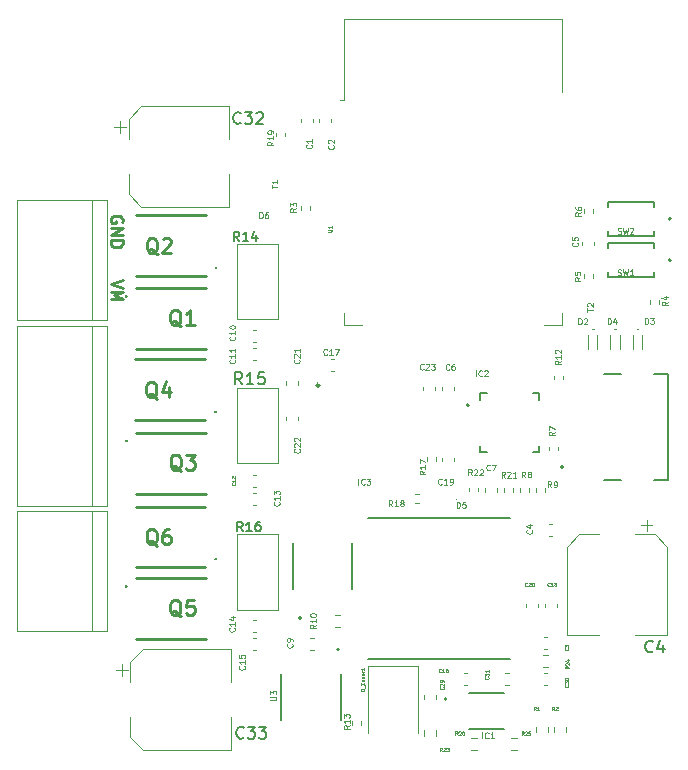
<source format=gbr>
%TF.GenerationSoftware,KiCad,Pcbnew,6.0.10-86aedd382b~118~ubuntu22.04.1*%
%TF.CreationDate,2023-04-05T16:54:16+05:30*%
%TF.ProjectId,Quadruped,51756164-7275-4706-9564-2e6b69636164,rev?*%
%TF.SameCoordinates,Original*%
%TF.FileFunction,Legend,Top*%
%TF.FilePolarity,Positive*%
%FSLAX46Y46*%
G04 Gerber Fmt 4.6, Leading zero omitted, Abs format (unit mm)*
G04 Created by KiCad (PCBNEW 6.0.10-86aedd382b~118~ubuntu22.04.1) date 2023-04-05 16:54:16*
%MOMM*%
%LPD*%
G01*
G04 APERTURE LIST*
%ADD10C,0.250000*%
%ADD11C,0.075000*%
%ADD12C,0.070000*%
%ADD13C,0.125000*%
%ADD14C,0.254000*%
%ADD15C,0.050000*%
%ADD16C,0.150000*%
%ADD17C,0.127000*%
%ADD18C,0.200000*%
%ADD19C,0.100000*%
%ADD20C,0.120000*%
G04 APERTURE END LIST*
D10*
X37917619Y-90645238D02*
X36917619Y-90978571D01*
X37917619Y-91311904D01*
X36917619Y-91645238D02*
X37917619Y-91645238D01*
X37203333Y-91978571D01*
X37917619Y-92311904D01*
X36917619Y-92311904D01*
X37870000Y-85788095D02*
X37917619Y-85692857D01*
X37917619Y-85550000D01*
X37870000Y-85407142D01*
X37774761Y-85311904D01*
X37679523Y-85264285D01*
X37489047Y-85216666D01*
X37346190Y-85216666D01*
X37155714Y-85264285D01*
X37060476Y-85311904D01*
X36965238Y-85407142D01*
X36917619Y-85550000D01*
X36917619Y-85645238D01*
X36965238Y-85788095D01*
X37012857Y-85835714D01*
X37346190Y-85835714D01*
X37346190Y-85645238D01*
X36917619Y-86264285D02*
X37917619Y-86264285D01*
X36917619Y-86835714D01*
X37917619Y-86835714D01*
X36917619Y-87311904D02*
X37917619Y-87311904D01*
X37917619Y-87550000D01*
X37870000Y-87692857D01*
X37774761Y-87788095D01*
X37679523Y-87835714D01*
X37489047Y-87883333D01*
X37346190Y-87883333D01*
X37155714Y-87835714D01*
X37060476Y-87788095D01*
X36965238Y-87692857D01*
X36917619Y-87550000D01*
X36917619Y-87311904D01*
D11*
%TO.C,IC2*%
X67831904Y-98816190D02*
X67831904Y-98316190D01*
X68355714Y-98768571D02*
X68331904Y-98792380D01*
X68260476Y-98816190D01*
X68212857Y-98816190D01*
X68141428Y-98792380D01*
X68093809Y-98744761D01*
X68070000Y-98697142D01*
X68046190Y-98601904D01*
X68046190Y-98530476D01*
X68070000Y-98435238D01*
X68093809Y-98387619D01*
X68141428Y-98340000D01*
X68212857Y-98316190D01*
X68260476Y-98316190D01*
X68331904Y-98340000D01*
X68355714Y-98363809D01*
X68546190Y-98363809D02*
X68570000Y-98340000D01*
X68617619Y-98316190D01*
X68736666Y-98316190D01*
X68784285Y-98340000D01*
X68808095Y-98363809D01*
X68831904Y-98411428D01*
X68831904Y-98459047D01*
X68808095Y-98530476D01*
X68522380Y-98816190D01*
X68831904Y-98816190D01*
%TO.C,D3*%
X82150952Y-94376190D02*
X82150952Y-93876190D01*
X82270000Y-93876190D01*
X82341428Y-93900000D01*
X82389047Y-93947619D01*
X82412857Y-93995238D01*
X82436666Y-94090476D01*
X82436666Y-94161904D01*
X82412857Y-94257142D01*
X82389047Y-94304761D01*
X82341428Y-94352380D01*
X82270000Y-94376190D01*
X82150952Y-94376190D01*
X82603333Y-93876190D02*
X82912857Y-93876190D01*
X82746190Y-94066666D01*
X82817619Y-94066666D01*
X82865238Y-94090476D01*
X82889047Y-94114285D01*
X82912857Y-94161904D01*
X82912857Y-94280952D01*
X82889047Y-94328571D01*
X82865238Y-94352380D01*
X82817619Y-94376190D01*
X82674761Y-94376190D01*
X82627142Y-94352380D01*
X82603333Y-94328571D01*
%TO.C,C1*%
X53908571Y-79223333D02*
X53932380Y-79247142D01*
X53956190Y-79318571D01*
X53956190Y-79366190D01*
X53932380Y-79437619D01*
X53884761Y-79485238D01*
X53837142Y-79509047D01*
X53741904Y-79532857D01*
X53670476Y-79532857D01*
X53575238Y-79509047D01*
X53527619Y-79485238D01*
X53480000Y-79437619D01*
X53456190Y-79366190D01*
X53456190Y-79318571D01*
X53480000Y-79247142D01*
X53503809Y-79223333D01*
X53956190Y-78747142D02*
X53956190Y-79032857D01*
X53956190Y-78890000D02*
X53456190Y-78890000D01*
X53527619Y-78937619D01*
X53575238Y-78985238D01*
X53599047Y-79032857D01*
%TO.C,D2*%
X76520952Y-94416190D02*
X76520952Y-93916190D01*
X76640000Y-93916190D01*
X76711428Y-93940000D01*
X76759047Y-93987619D01*
X76782857Y-94035238D01*
X76806666Y-94130476D01*
X76806666Y-94201904D01*
X76782857Y-94297142D01*
X76759047Y-94344761D01*
X76711428Y-94392380D01*
X76640000Y-94416190D01*
X76520952Y-94416190D01*
X76997142Y-93963809D02*
X77020952Y-93940000D01*
X77068571Y-93916190D01*
X77187619Y-93916190D01*
X77235238Y-93940000D01*
X77259047Y-93963809D01*
X77282857Y-94011428D01*
X77282857Y-94059047D01*
X77259047Y-94130476D01*
X76973333Y-94416190D01*
X77282857Y-94416190D01*
%TO.C,R1*%
X72920000Y-127095714D02*
X72820000Y-126952857D01*
X72748571Y-127095714D02*
X72748571Y-126795714D01*
X72862857Y-126795714D01*
X72891428Y-126810000D01*
X72905714Y-126824285D01*
X72920000Y-126852857D01*
X72920000Y-126895714D01*
X72905714Y-126924285D01*
X72891428Y-126938571D01*
X72862857Y-126952857D01*
X72748571Y-126952857D01*
X73205714Y-127095714D02*
X73034285Y-127095714D01*
X73120000Y-127095714D02*
X73120000Y-126795714D01*
X73091428Y-126838571D01*
X73062857Y-126867142D01*
X73034285Y-126881428D01*
%TO.C,R25*%
X71877142Y-129185714D02*
X71777142Y-129042857D01*
X71705714Y-129185714D02*
X71705714Y-128885714D01*
X71820000Y-128885714D01*
X71848571Y-128900000D01*
X71862857Y-128914285D01*
X71877142Y-128942857D01*
X71877142Y-128985714D01*
X71862857Y-129014285D01*
X71848571Y-129028571D01*
X71820000Y-129042857D01*
X71705714Y-129042857D01*
X71991428Y-128914285D02*
X72005714Y-128900000D01*
X72034285Y-128885714D01*
X72105714Y-128885714D01*
X72134285Y-128900000D01*
X72148571Y-128914285D01*
X72162857Y-128942857D01*
X72162857Y-128971428D01*
X72148571Y-129014285D01*
X71977142Y-129185714D01*
X72162857Y-129185714D01*
X72434285Y-128885714D02*
X72291428Y-128885714D01*
X72277142Y-129028571D01*
X72291428Y-129014285D01*
X72320000Y-129000000D01*
X72391428Y-129000000D01*
X72420000Y-129014285D01*
X72434285Y-129028571D01*
X72448571Y-129057142D01*
X72448571Y-129128571D01*
X72434285Y-129157142D01*
X72420000Y-129171428D01*
X72391428Y-129185714D01*
X72320000Y-129185714D01*
X72291428Y-129171428D01*
X72277142Y-129157142D01*
%TO.C,IC3*%
X57891904Y-107996190D02*
X57891904Y-107496190D01*
X58415714Y-107948571D02*
X58391904Y-107972380D01*
X58320476Y-107996190D01*
X58272857Y-107996190D01*
X58201428Y-107972380D01*
X58153809Y-107924761D01*
X58130000Y-107877142D01*
X58106190Y-107781904D01*
X58106190Y-107710476D01*
X58130000Y-107615238D01*
X58153809Y-107567619D01*
X58201428Y-107520000D01*
X58272857Y-107496190D01*
X58320476Y-107496190D01*
X58391904Y-107520000D01*
X58415714Y-107543809D01*
X58582380Y-107496190D02*
X58891904Y-107496190D01*
X58725238Y-107686666D01*
X58796666Y-107686666D01*
X58844285Y-107710476D01*
X58868095Y-107734285D01*
X58891904Y-107781904D01*
X58891904Y-107900952D01*
X58868095Y-107948571D01*
X58844285Y-107972380D01*
X58796666Y-107996190D01*
X58653809Y-107996190D01*
X58606190Y-107972380D01*
X58582380Y-107948571D01*
%TO.C,D5*%
X66200952Y-109956190D02*
X66200952Y-109456190D01*
X66320000Y-109456190D01*
X66391428Y-109480000D01*
X66439047Y-109527619D01*
X66462857Y-109575238D01*
X66486666Y-109670476D01*
X66486666Y-109741904D01*
X66462857Y-109837142D01*
X66439047Y-109884761D01*
X66391428Y-109932380D01*
X66320000Y-109956190D01*
X66200952Y-109956190D01*
X66939047Y-109456190D02*
X66700952Y-109456190D01*
X66677142Y-109694285D01*
X66700952Y-109670476D01*
X66748571Y-109646666D01*
X66867619Y-109646666D01*
X66915238Y-109670476D01*
X66939047Y-109694285D01*
X66962857Y-109741904D01*
X66962857Y-109860952D01*
X66939047Y-109908571D01*
X66915238Y-109932380D01*
X66867619Y-109956190D01*
X66748571Y-109956190D01*
X66700952Y-109932380D01*
X66677142Y-109908571D01*
D12*
%TO.C,SW2*%
X79843333Y-86732380D02*
X79914761Y-86756190D01*
X80033809Y-86756190D01*
X80081428Y-86732380D01*
X80105238Y-86708571D01*
X80129047Y-86660952D01*
X80129047Y-86613333D01*
X80105238Y-86565714D01*
X80081428Y-86541904D01*
X80033809Y-86518095D01*
X79938571Y-86494285D01*
X79890952Y-86470476D01*
X79867142Y-86446666D01*
X79843333Y-86399047D01*
X79843333Y-86351428D01*
X79867142Y-86303809D01*
X79890952Y-86280000D01*
X79938571Y-86256190D01*
X80057619Y-86256190D01*
X80129047Y-86280000D01*
X80295714Y-86256190D02*
X80414761Y-86756190D01*
X80510000Y-86399047D01*
X80605238Y-86756190D01*
X80724285Y-86256190D01*
X80890952Y-86303809D02*
X80914761Y-86280000D01*
X80962380Y-86256190D01*
X81081428Y-86256190D01*
X81129047Y-86280000D01*
X81152857Y-86303809D01*
X81176666Y-86351428D01*
X81176666Y-86399047D01*
X81152857Y-86470476D01*
X80867142Y-86756190D01*
X81176666Y-86756190D01*
D13*
%TO.C,R12*%
X75036190Y-97521428D02*
X74798095Y-97688095D01*
X75036190Y-97807142D02*
X74536190Y-97807142D01*
X74536190Y-97616666D01*
X74560000Y-97569047D01*
X74583809Y-97545238D01*
X74631428Y-97521428D01*
X74702857Y-97521428D01*
X74750476Y-97545238D01*
X74774285Y-97569047D01*
X74798095Y-97616666D01*
X74798095Y-97807142D01*
X75036190Y-97045238D02*
X75036190Y-97330952D01*
X75036190Y-97188095D02*
X74536190Y-97188095D01*
X74607619Y-97235714D01*
X74655238Y-97283333D01*
X74679047Y-97330952D01*
X74583809Y-96854761D02*
X74560000Y-96830952D01*
X74536190Y-96783333D01*
X74536190Y-96664285D01*
X74560000Y-96616666D01*
X74583809Y-96592857D01*
X74631428Y-96569047D01*
X74679047Y-96569047D01*
X74750476Y-96592857D01*
X75036190Y-96878571D01*
X75036190Y-96569047D01*
D14*
%TO.C,Q4*%
X40830967Y-100702416D02*
X40710015Y-100641940D01*
X40589062Y-100520987D01*
X40407634Y-100339559D01*
X40286681Y-100279082D01*
X40165729Y-100279082D01*
X40226205Y-100581463D02*
X40105253Y-100520987D01*
X39984300Y-100400035D01*
X39923824Y-100158130D01*
X39923824Y-99734797D01*
X39984300Y-99492892D01*
X40105253Y-99371940D01*
X40226205Y-99311463D01*
X40468110Y-99311463D01*
X40589062Y-99371940D01*
X40710015Y-99492892D01*
X40770491Y-99734797D01*
X40770491Y-100158130D01*
X40710015Y-100400035D01*
X40589062Y-100520987D01*
X40468110Y-100581463D01*
X40226205Y-100581463D01*
X41859062Y-99734797D02*
X41859062Y-100581463D01*
X41556681Y-99250987D02*
X41254300Y-100158130D01*
X42040491Y-100158130D01*
D11*
%TO.C,R17*%
X63566190Y-106841428D02*
X63328095Y-107008095D01*
X63566190Y-107127142D02*
X63066190Y-107127142D01*
X63066190Y-106936666D01*
X63090000Y-106889047D01*
X63113809Y-106865238D01*
X63161428Y-106841428D01*
X63232857Y-106841428D01*
X63280476Y-106865238D01*
X63304285Y-106889047D01*
X63328095Y-106936666D01*
X63328095Y-107127142D01*
X63566190Y-106365238D02*
X63566190Y-106650952D01*
X63566190Y-106508095D02*
X63066190Y-106508095D01*
X63137619Y-106555714D01*
X63185238Y-106603333D01*
X63209047Y-106650952D01*
X63066190Y-106198571D02*
X63066190Y-105865238D01*
X63566190Y-106079523D01*
%TO.C,R4*%
X84066190Y-92503333D02*
X83828095Y-92670000D01*
X84066190Y-92789047D02*
X83566190Y-92789047D01*
X83566190Y-92598571D01*
X83590000Y-92550952D01*
X83613809Y-92527142D01*
X83661428Y-92503333D01*
X83732857Y-92503333D01*
X83780476Y-92527142D01*
X83804285Y-92550952D01*
X83828095Y-92598571D01*
X83828095Y-92789047D01*
X83732857Y-92074761D02*
X84066190Y-92074761D01*
X83542380Y-92193809D02*
X83899523Y-92312857D01*
X83899523Y-92003333D01*
%TO.C,C30*%
X75637142Y-124932857D02*
X75651428Y-124947142D01*
X75665714Y-124990000D01*
X75665714Y-125018571D01*
X75651428Y-125061428D01*
X75622857Y-125090000D01*
X75594285Y-125104285D01*
X75537142Y-125118571D01*
X75494285Y-125118571D01*
X75437142Y-125104285D01*
X75408571Y-125090000D01*
X75380000Y-125061428D01*
X75365714Y-125018571D01*
X75365714Y-124990000D01*
X75380000Y-124947142D01*
X75394285Y-124932857D01*
X75365714Y-124832857D02*
X75365714Y-124647142D01*
X75480000Y-124747142D01*
X75480000Y-124704285D01*
X75494285Y-124675714D01*
X75508571Y-124661428D01*
X75537142Y-124647142D01*
X75608571Y-124647142D01*
X75637142Y-124661428D01*
X75651428Y-124675714D01*
X75665714Y-124704285D01*
X75665714Y-124790000D01*
X75651428Y-124818571D01*
X75637142Y-124832857D01*
X75365714Y-124461428D02*
X75365714Y-124432857D01*
X75380000Y-124404285D01*
X75394285Y-124390000D01*
X75422857Y-124375714D01*
X75480000Y-124361428D01*
X75551428Y-124361428D01*
X75608571Y-124375714D01*
X75637142Y-124390000D01*
X75651428Y-124404285D01*
X75665714Y-124432857D01*
X75665714Y-124461428D01*
X75651428Y-124490000D01*
X75637142Y-124504285D01*
X75608571Y-124518571D01*
X75551428Y-124532857D01*
X75480000Y-124532857D01*
X75422857Y-124518571D01*
X75394285Y-124504285D01*
X75380000Y-124490000D01*
X75365714Y-124461428D01*
D15*
%TO.C,D_Zener1*%
X58395714Y-125454285D02*
X58095714Y-125454285D01*
X58095714Y-125382857D01*
X58110000Y-125340000D01*
X58138571Y-125311428D01*
X58167142Y-125297142D01*
X58224285Y-125282857D01*
X58267142Y-125282857D01*
X58324285Y-125297142D01*
X58352857Y-125311428D01*
X58381428Y-125340000D01*
X58395714Y-125382857D01*
X58395714Y-125454285D01*
X58424285Y-125225714D02*
X58424285Y-124997142D01*
X58095714Y-124954285D02*
X58095714Y-124754285D01*
X58395714Y-124954285D01*
X58395714Y-124754285D01*
X58381428Y-124525714D02*
X58395714Y-124554285D01*
X58395714Y-124611428D01*
X58381428Y-124640000D01*
X58352857Y-124654285D01*
X58238571Y-124654285D01*
X58210000Y-124640000D01*
X58195714Y-124611428D01*
X58195714Y-124554285D01*
X58210000Y-124525714D01*
X58238571Y-124511428D01*
X58267142Y-124511428D01*
X58295714Y-124654285D01*
X58195714Y-124382857D02*
X58395714Y-124382857D01*
X58224285Y-124382857D02*
X58210000Y-124368571D01*
X58195714Y-124340000D01*
X58195714Y-124297142D01*
X58210000Y-124268571D01*
X58238571Y-124254285D01*
X58395714Y-124254285D01*
X58381428Y-123997142D02*
X58395714Y-124025714D01*
X58395714Y-124082857D01*
X58381428Y-124111428D01*
X58352857Y-124125714D01*
X58238571Y-124125714D01*
X58210000Y-124111428D01*
X58195714Y-124082857D01*
X58195714Y-124025714D01*
X58210000Y-123997142D01*
X58238571Y-123982857D01*
X58267142Y-123982857D01*
X58295714Y-124125714D01*
X58395714Y-123854285D02*
X58195714Y-123854285D01*
X58252857Y-123854285D02*
X58224285Y-123840000D01*
X58210000Y-123825714D01*
X58195714Y-123797142D01*
X58195714Y-123768571D01*
X58395714Y-123511428D02*
X58395714Y-123682857D01*
X58395714Y-123597142D02*
X58095714Y-123597142D01*
X58138571Y-123625714D01*
X58167142Y-123654285D01*
X58181428Y-123682857D01*
D16*
%TO.C,R14*%
X47795714Y-87371904D02*
X47529047Y-86990952D01*
X47338571Y-87371904D02*
X47338571Y-86571904D01*
X47643333Y-86571904D01*
X47719523Y-86610000D01*
X47757619Y-86648095D01*
X47795714Y-86724285D01*
X47795714Y-86838571D01*
X47757619Y-86914761D01*
X47719523Y-86952857D01*
X47643333Y-86990952D01*
X47338571Y-86990952D01*
X48557619Y-87371904D02*
X48100476Y-87371904D01*
X48329047Y-87371904D02*
X48329047Y-86571904D01*
X48252857Y-86686190D01*
X48176666Y-86762380D01*
X48100476Y-86800476D01*
X49243333Y-86838571D02*
X49243333Y-87371904D01*
X49052857Y-86533809D02*
X48862380Y-87105238D01*
X49357619Y-87105238D01*
D11*
%TO.C,R24*%
X75715714Y-123382857D02*
X75572857Y-123482857D01*
X75715714Y-123554285D02*
X75415714Y-123554285D01*
X75415714Y-123440000D01*
X75430000Y-123411428D01*
X75444285Y-123397142D01*
X75472857Y-123382857D01*
X75515714Y-123382857D01*
X75544285Y-123397142D01*
X75558571Y-123411428D01*
X75572857Y-123440000D01*
X75572857Y-123554285D01*
X75444285Y-123268571D02*
X75430000Y-123254285D01*
X75415714Y-123225714D01*
X75415714Y-123154285D01*
X75430000Y-123125714D01*
X75444285Y-123111428D01*
X75472857Y-123097142D01*
X75501428Y-123097142D01*
X75544285Y-123111428D01*
X75715714Y-123282857D01*
X75715714Y-123097142D01*
X75515714Y-122840000D02*
X75715714Y-122840000D01*
X75401428Y-122911428D02*
X75615714Y-122982857D01*
X75615714Y-122797142D01*
%TO.C,C10*%
X47418571Y-95461428D02*
X47442380Y-95485238D01*
X47466190Y-95556666D01*
X47466190Y-95604285D01*
X47442380Y-95675714D01*
X47394761Y-95723333D01*
X47347142Y-95747142D01*
X47251904Y-95770952D01*
X47180476Y-95770952D01*
X47085238Y-95747142D01*
X47037619Y-95723333D01*
X46990000Y-95675714D01*
X46966190Y-95604285D01*
X46966190Y-95556666D01*
X46990000Y-95485238D01*
X47013809Y-95461428D01*
X47466190Y-94985238D02*
X47466190Y-95270952D01*
X47466190Y-95128095D02*
X46966190Y-95128095D01*
X47037619Y-95175714D01*
X47085238Y-95223333D01*
X47109047Y-95270952D01*
X46966190Y-94675714D02*
X46966190Y-94628095D01*
X46990000Y-94580476D01*
X47013809Y-94556666D01*
X47061428Y-94532857D01*
X47156666Y-94509047D01*
X47275714Y-94509047D01*
X47370952Y-94532857D01*
X47418571Y-94556666D01*
X47442380Y-94580476D01*
X47466190Y-94628095D01*
X47466190Y-94675714D01*
X47442380Y-94723333D01*
X47418571Y-94747142D01*
X47370952Y-94770952D01*
X47275714Y-94794761D01*
X47156666Y-94794761D01*
X47061428Y-94770952D01*
X47013809Y-94747142D01*
X46990000Y-94723333D01*
X46966190Y-94675714D01*
D16*
%TO.C,C33*%
X48177142Y-129397142D02*
X48129523Y-129444761D01*
X47986666Y-129492380D01*
X47891428Y-129492380D01*
X47748571Y-129444761D01*
X47653333Y-129349523D01*
X47605714Y-129254285D01*
X47558095Y-129063809D01*
X47558095Y-128920952D01*
X47605714Y-128730476D01*
X47653333Y-128635238D01*
X47748571Y-128540000D01*
X47891428Y-128492380D01*
X47986666Y-128492380D01*
X48129523Y-128540000D01*
X48177142Y-128587619D01*
X48510476Y-128492380D02*
X49129523Y-128492380D01*
X48796190Y-128873333D01*
X48939047Y-128873333D01*
X49034285Y-128920952D01*
X49081904Y-128968571D01*
X49129523Y-129063809D01*
X49129523Y-129301904D01*
X49081904Y-129397142D01*
X49034285Y-129444761D01*
X48939047Y-129492380D01*
X48653333Y-129492380D01*
X48558095Y-129444761D01*
X48510476Y-129397142D01*
X49462857Y-128492380D02*
X50081904Y-128492380D01*
X49748571Y-128873333D01*
X49891428Y-128873333D01*
X49986666Y-128920952D01*
X50034285Y-128968571D01*
X50081904Y-129063809D01*
X50081904Y-129301904D01*
X50034285Y-129397142D01*
X49986666Y-129444761D01*
X49891428Y-129492380D01*
X49605714Y-129492380D01*
X49510476Y-129444761D01*
X49462857Y-129397142D01*
D11*
%TO.C,R9*%
X74216666Y-108206190D02*
X74050000Y-107968095D01*
X73930952Y-108206190D02*
X73930952Y-107706190D01*
X74121428Y-107706190D01*
X74169047Y-107730000D01*
X74192857Y-107753809D01*
X74216666Y-107801428D01*
X74216666Y-107872857D01*
X74192857Y-107920476D01*
X74169047Y-107944285D01*
X74121428Y-107968095D01*
X73930952Y-107968095D01*
X74454761Y-108206190D02*
X74550000Y-108206190D01*
X74597619Y-108182380D01*
X74621428Y-108158571D01*
X74669047Y-108087142D01*
X74692857Y-107991904D01*
X74692857Y-107801428D01*
X74669047Y-107753809D01*
X74645238Y-107730000D01*
X74597619Y-107706190D01*
X74502380Y-107706190D01*
X74454761Y-107730000D01*
X74430952Y-107753809D01*
X74407142Y-107801428D01*
X74407142Y-107920476D01*
X74430952Y-107968095D01*
X74454761Y-107991904D01*
X74502380Y-108015714D01*
X74597619Y-108015714D01*
X74645238Y-107991904D01*
X74669047Y-107968095D01*
X74692857Y-107920476D01*
%TO.C,C31*%
X68877142Y-124292857D02*
X68891428Y-124307142D01*
X68905714Y-124350000D01*
X68905714Y-124378571D01*
X68891428Y-124421428D01*
X68862857Y-124450000D01*
X68834285Y-124464285D01*
X68777142Y-124478571D01*
X68734285Y-124478571D01*
X68677142Y-124464285D01*
X68648571Y-124450000D01*
X68620000Y-124421428D01*
X68605714Y-124378571D01*
X68605714Y-124350000D01*
X68620000Y-124307142D01*
X68634285Y-124292857D01*
X68605714Y-124192857D02*
X68605714Y-124007142D01*
X68720000Y-124107142D01*
X68720000Y-124064285D01*
X68734285Y-124035714D01*
X68748571Y-124021428D01*
X68777142Y-124007142D01*
X68848571Y-124007142D01*
X68877142Y-124021428D01*
X68891428Y-124035714D01*
X68905714Y-124064285D01*
X68905714Y-124150000D01*
X68891428Y-124178571D01*
X68877142Y-124192857D01*
X68905714Y-123721428D02*
X68905714Y-123892857D01*
X68905714Y-123807142D02*
X68605714Y-123807142D01*
X68648571Y-123835714D01*
X68677142Y-123864285D01*
X68691428Y-123892857D01*
%TO.C,R21*%
X70298571Y-107396190D02*
X70131904Y-107158095D01*
X70012857Y-107396190D02*
X70012857Y-106896190D01*
X70203333Y-106896190D01*
X70250952Y-106920000D01*
X70274761Y-106943809D01*
X70298571Y-106991428D01*
X70298571Y-107062857D01*
X70274761Y-107110476D01*
X70250952Y-107134285D01*
X70203333Y-107158095D01*
X70012857Y-107158095D01*
X70489047Y-106943809D02*
X70512857Y-106920000D01*
X70560476Y-106896190D01*
X70679523Y-106896190D01*
X70727142Y-106920000D01*
X70750952Y-106943809D01*
X70774761Y-106991428D01*
X70774761Y-107039047D01*
X70750952Y-107110476D01*
X70465238Y-107396190D01*
X70774761Y-107396190D01*
X71250952Y-107396190D02*
X70965238Y-107396190D01*
X71108095Y-107396190D02*
X71108095Y-106896190D01*
X71060476Y-106967619D01*
X71012857Y-107015238D01*
X70965238Y-107039047D01*
%TO.C,R8*%
X72016666Y-107386190D02*
X71850000Y-107148095D01*
X71730952Y-107386190D02*
X71730952Y-106886190D01*
X71921428Y-106886190D01*
X71969047Y-106910000D01*
X71992857Y-106933809D01*
X72016666Y-106981428D01*
X72016666Y-107052857D01*
X71992857Y-107100476D01*
X71969047Y-107124285D01*
X71921428Y-107148095D01*
X71730952Y-107148095D01*
X72302380Y-107100476D02*
X72254761Y-107076666D01*
X72230952Y-107052857D01*
X72207142Y-107005238D01*
X72207142Y-106981428D01*
X72230952Y-106933809D01*
X72254761Y-106910000D01*
X72302380Y-106886190D01*
X72397619Y-106886190D01*
X72445238Y-106910000D01*
X72469047Y-106933809D01*
X72492857Y-106981428D01*
X72492857Y-107005238D01*
X72469047Y-107052857D01*
X72445238Y-107076666D01*
X72397619Y-107100476D01*
X72302380Y-107100476D01*
X72254761Y-107124285D01*
X72230952Y-107148095D01*
X72207142Y-107195714D01*
X72207142Y-107290952D01*
X72230952Y-107338571D01*
X72254761Y-107362380D01*
X72302380Y-107386190D01*
X72397619Y-107386190D01*
X72445238Y-107362380D01*
X72469047Y-107338571D01*
X72492857Y-107290952D01*
X72492857Y-107195714D01*
X72469047Y-107148095D01*
X72445238Y-107124285D01*
X72397619Y-107100476D01*
%TO.C,R3*%
X52616190Y-84593333D02*
X52378095Y-84760000D01*
X52616190Y-84879047D02*
X52116190Y-84879047D01*
X52116190Y-84688571D01*
X52140000Y-84640952D01*
X52163809Y-84617142D01*
X52211428Y-84593333D01*
X52282857Y-84593333D01*
X52330476Y-84617142D01*
X52354285Y-84640952D01*
X52378095Y-84688571D01*
X52378095Y-84879047D01*
X52116190Y-84426666D02*
X52116190Y-84117142D01*
X52306666Y-84283809D01*
X52306666Y-84212380D01*
X52330476Y-84164761D01*
X52354285Y-84140952D01*
X52401904Y-84117142D01*
X52520952Y-84117142D01*
X52568571Y-84140952D01*
X52592380Y-84164761D01*
X52616190Y-84212380D01*
X52616190Y-84355238D01*
X52592380Y-84402857D01*
X52568571Y-84426666D01*
%TO.C,T2*%
X77246190Y-93340952D02*
X77246190Y-93055238D01*
X77746190Y-93198095D02*
X77246190Y-93198095D01*
X77293809Y-92912380D02*
X77270000Y-92888571D01*
X77246190Y-92840952D01*
X77246190Y-92721904D01*
X77270000Y-92674285D01*
X77293809Y-92650476D01*
X77341428Y-92626666D01*
X77389047Y-92626666D01*
X77460476Y-92650476D01*
X77746190Y-92936190D01*
X77746190Y-92626666D01*
D13*
%TO.C,R7*%
X74506190Y-103543333D02*
X74268095Y-103710000D01*
X74506190Y-103829047D02*
X74006190Y-103829047D01*
X74006190Y-103638571D01*
X74030000Y-103590952D01*
X74053809Y-103567142D01*
X74101428Y-103543333D01*
X74172857Y-103543333D01*
X74220476Y-103567142D01*
X74244285Y-103590952D01*
X74268095Y-103638571D01*
X74268095Y-103829047D01*
X74006190Y-103376666D02*
X74006190Y-103043333D01*
X74506190Y-103257619D01*
D16*
%TO.C,C32*%
X47917142Y-77347142D02*
X47869523Y-77394761D01*
X47726666Y-77442380D01*
X47631428Y-77442380D01*
X47488571Y-77394761D01*
X47393333Y-77299523D01*
X47345714Y-77204285D01*
X47298095Y-77013809D01*
X47298095Y-76870952D01*
X47345714Y-76680476D01*
X47393333Y-76585238D01*
X47488571Y-76490000D01*
X47631428Y-76442380D01*
X47726666Y-76442380D01*
X47869523Y-76490000D01*
X47917142Y-76537619D01*
X48250476Y-76442380D02*
X48869523Y-76442380D01*
X48536190Y-76823333D01*
X48679047Y-76823333D01*
X48774285Y-76870952D01*
X48821904Y-76918571D01*
X48869523Y-77013809D01*
X48869523Y-77251904D01*
X48821904Y-77347142D01*
X48774285Y-77394761D01*
X48679047Y-77442380D01*
X48393333Y-77442380D01*
X48298095Y-77394761D01*
X48250476Y-77347142D01*
X49250476Y-76537619D02*
X49298095Y-76490000D01*
X49393333Y-76442380D01*
X49631428Y-76442380D01*
X49726666Y-76490000D01*
X49774285Y-76537619D01*
X49821904Y-76632857D01*
X49821904Y-76728095D01*
X49774285Y-76870952D01*
X49202857Y-77442380D01*
X49821904Y-77442380D01*
D11*
%TO.C,C5*%
X76428571Y-87503333D02*
X76452380Y-87527142D01*
X76476190Y-87598571D01*
X76476190Y-87646190D01*
X76452380Y-87717619D01*
X76404761Y-87765238D01*
X76357142Y-87789047D01*
X76261904Y-87812857D01*
X76190476Y-87812857D01*
X76095238Y-87789047D01*
X76047619Y-87765238D01*
X76000000Y-87717619D01*
X75976190Y-87646190D01*
X75976190Y-87598571D01*
X76000000Y-87527142D01*
X76023809Y-87503333D01*
X75976190Y-87050952D02*
X75976190Y-87289047D01*
X76214285Y-87312857D01*
X76190476Y-87289047D01*
X76166666Y-87241428D01*
X76166666Y-87122380D01*
X76190476Y-87074761D01*
X76214285Y-87050952D01*
X76261904Y-87027142D01*
X76380952Y-87027142D01*
X76428571Y-87050952D01*
X76452380Y-87074761D01*
X76476190Y-87122380D01*
X76476190Y-87241428D01*
X76452380Y-87289047D01*
X76428571Y-87312857D01*
D16*
%TO.C,C4*%
X82803333Y-122107142D02*
X82755714Y-122154761D01*
X82612857Y-122202380D01*
X82517619Y-122202380D01*
X82374761Y-122154761D01*
X82279523Y-122059523D01*
X82231904Y-121964285D01*
X82184285Y-121773809D01*
X82184285Y-121630952D01*
X82231904Y-121440476D01*
X82279523Y-121345238D01*
X82374761Y-121250000D01*
X82517619Y-121202380D01*
X82612857Y-121202380D01*
X82755714Y-121250000D01*
X82803333Y-121297619D01*
X83660476Y-121535714D02*
X83660476Y-122202380D01*
X83422380Y-121154761D02*
X83184285Y-121869047D01*
X83803333Y-121869047D01*
D11*
%TO.C,C18*%
X74077142Y-116557142D02*
X74062857Y-116571428D01*
X74020000Y-116585714D01*
X73991428Y-116585714D01*
X73948571Y-116571428D01*
X73920000Y-116542857D01*
X73905714Y-116514285D01*
X73891428Y-116457142D01*
X73891428Y-116414285D01*
X73905714Y-116357142D01*
X73920000Y-116328571D01*
X73948571Y-116300000D01*
X73991428Y-116285714D01*
X74020000Y-116285714D01*
X74062857Y-116300000D01*
X74077142Y-116314285D01*
X74362857Y-116585714D02*
X74191428Y-116585714D01*
X74277142Y-116585714D02*
X74277142Y-116285714D01*
X74248571Y-116328571D01*
X74220000Y-116357142D01*
X74191428Y-116371428D01*
X74534285Y-116414285D02*
X74505714Y-116400000D01*
X74491428Y-116385714D01*
X74477142Y-116357142D01*
X74477142Y-116342857D01*
X74491428Y-116314285D01*
X74505714Y-116300000D01*
X74534285Y-116285714D01*
X74591428Y-116285714D01*
X74620000Y-116300000D01*
X74634285Y-116314285D01*
X74648571Y-116342857D01*
X74648571Y-116357142D01*
X74634285Y-116385714D01*
X74620000Y-116400000D01*
X74591428Y-116414285D01*
X74534285Y-116414285D01*
X74505714Y-116428571D01*
X74491428Y-116442857D01*
X74477142Y-116471428D01*
X74477142Y-116528571D01*
X74491428Y-116557142D01*
X74505714Y-116571428D01*
X74534285Y-116585714D01*
X74591428Y-116585714D01*
X74620000Y-116571428D01*
X74634285Y-116557142D01*
X74648571Y-116528571D01*
X74648571Y-116471428D01*
X74634285Y-116442857D01*
X74620000Y-116428571D01*
X74591428Y-116414285D01*
D13*
%TO.C,IC1*%
X68381904Y-129476190D02*
X68381904Y-128976190D01*
X68905714Y-129428571D02*
X68881904Y-129452380D01*
X68810476Y-129476190D01*
X68762857Y-129476190D01*
X68691428Y-129452380D01*
X68643809Y-129404761D01*
X68620000Y-129357142D01*
X68596190Y-129261904D01*
X68596190Y-129190476D01*
X68620000Y-129095238D01*
X68643809Y-129047619D01*
X68691428Y-129000000D01*
X68762857Y-128976190D01*
X68810476Y-128976190D01*
X68881904Y-129000000D01*
X68905714Y-129023809D01*
X69381904Y-129476190D02*
X69096190Y-129476190D01*
X69239047Y-129476190D02*
X69239047Y-128976190D01*
X69191428Y-129047619D01*
X69143809Y-129095238D01*
X69096190Y-129119047D01*
D11*
%TO.C,C13*%
X51158571Y-109461428D02*
X51182380Y-109485238D01*
X51206190Y-109556666D01*
X51206190Y-109604285D01*
X51182380Y-109675714D01*
X51134761Y-109723333D01*
X51087142Y-109747142D01*
X50991904Y-109770952D01*
X50920476Y-109770952D01*
X50825238Y-109747142D01*
X50777619Y-109723333D01*
X50730000Y-109675714D01*
X50706190Y-109604285D01*
X50706190Y-109556666D01*
X50730000Y-109485238D01*
X50753809Y-109461428D01*
X51206190Y-108985238D02*
X51206190Y-109270952D01*
X51206190Y-109128095D02*
X50706190Y-109128095D01*
X50777619Y-109175714D01*
X50825238Y-109223333D01*
X50849047Y-109270952D01*
X50706190Y-108818571D02*
X50706190Y-108509047D01*
X50896666Y-108675714D01*
X50896666Y-108604285D01*
X50920476Y-108556666D01*
X50944285Y-108532857D01*
X50991904Y-108509047D01*
X51110952Y-108509047D01*
X51158571Y-108532857D01*
X51182380Y-108556666D01*
X51206190Y-108604285D01*
X51206190Y-108747142D01*
X51182380Y-108794761D01*
X51158571Y-108818571D01*
%TO.C,C17*%
X55228571Y-96958571D02*
X55204761Y-96982380D01*
X55133333Y-97006190D01*
X55085714Y-97006190D01*
X55014285Y-96982380D01*
X54966666Y-96934761D01*
X54942857Y-96887142D01*
X54919047Y-96791904D01*
X54919047Y-96720476D01*
X54942857Y-96625238D01*
X54966666Y-96577619D01*
X55014285Y-96530000D01*
X55085714Y-96506190D01*
X55133333Y-96506190D01*
X55204761Y-96530000D01*
X55228571Y-96553809D01*
X55704761Y-97006190D02*
X55419047Y-97006190D01*
X55561904Y-97006190D02*
X55561904Y-96506190D01*
X55514285Y-96577619D01*
X55466666Y-96625238D01*
X55419047Y-96649047D01*
X55871428Y-96506190D02*
X56204761Y-96506190D01*
X55990476Y-97006190D01*
%TO.C,C12*%
X47427142Y-107872857D02*
X47441428Y-107887142D01*
X47455714Y-107930000D01*
X47455714Y-107958571D01*
X47441428Y-108001428D01*
X47412857Y-108030000D01*
X47384285Y-108044285D01*
X47327142Y-108058571D01*
X47284285Y-108058571D01*
X47227142Y-108044285D01*
X47198571Y-108030000D01*
X47170000Y-108001428D01*
X47155714Y-107958571D01*
X47155714Y-107930000D01*
X47170000Y-107887142D01*
X47184285Y-107872857D01*
X47455714Y-107587142D02*
X47455714Y-107758571D01*
X47455714Y-107672857D02*
X47155714Y-107672857D01*
X47198571Y-107701428D01*
X47227142Y-107730000D01*
X47241428Y-107758571D01*
X47184285Y-107472857D02*
X47170000Y-107458571D01*
X47155714Y-107430000D01*
X47155714Y-107358571D01*
X47170000Y-107330000D01*
X47184285Y-107315714D01*
X47212857Y-107301428D01*
X47241428Y-107301428D01*
X47284285Y-107315714D01*
X47455714Y-107487142D01*
X47455714Y-107301428D01*
%TO.C,C23*%
X63398571Y-98218571D02*
X63374761Y-98242380D01*
X63303333Y-98266190D01*
X63255714Y-98266190D01*
X63184285Y-98242380D01*
X63136666Y-98194761D01*
X63112857Y-98147142D01*
X63089047Y-98051904D01*
X63089047Y-97980476D01*
X63112857Y-97885238D01*
X63136666Y-97837619D01*
X63184285Y-97790000D01*
X63255714Y-97766190D01*
X63303333Y-97766190D01*
X63374761Y-97790000D01*
X63398571Y-97813809D01*
X63589047Y-97813809D02*
X63612857Y-97790000D01*
X63660476Y-97766190D01*
X63779523Y-97766190D01*
X63827142Y-97790000D01*
X63850952Y-97813809D01*
X63874761Y-97861428D01*
X63874761Y-97909047D01*
X63850952Y-97980476D01*
X63565238Y-98266190D01*
X63874761Y-98266190D01*
X64041428Y-97766190D02*
X64350952Y-97766190D01*
X64184285Y-97956666D01*
X64255714Y-97956666D01*
X64303333Y-97980476D01*
X64327142Y-98004285D01*
X64350952Y-98051904D01*
X64350952Y-98170952D01*
X64327142Y-98218571D01*
X64303333Y-98242380D01*
X64255714Y-98266190D01*
X64112857Y-98266190D01*
X64065238Y-98242380D01*
X64041428Y-98218571D01*
%TO.C,C21*%
X52868571Y-97421428D02*
X52892380Y-97445238D01*
X52916190Y-97516666D01*
X52916190Y-97564285D01*
X52892380Y-97635714D01*
X52844761Y-97683333D01*
X52797142Y-97707142D01*
X52701904Y-97730952D01*
X52630476Y-97730952D01*
X52535238Y-97707142D01*
X52487619Y-97683333D01*
X52440000Y-97635714D01*
X52416190Y-97564285D01*
X52416190Y-97516666D01*
X52440000Y-97445238D01*
X52463809Y-97421428D01*
X52463809Y-97230952D02*
X52440000Y-97207142D01*
X52416190Y-97159523D01*
X52416190Y-97040476D01*
X52440000Y-96992857D01*
X52463809Y-96969047D01*
X52511428Y-96945238D01*
X52559047Y-96945238D01*
X52630476Y-96969047D01*
X52916190Y-97254761D01*
X52916190Y-96945238D01*
X52916190Y-96469047D02*
X52916190Y-96754761D01*
X52916190Y-96611904D02*
X52416190Y-96611904D01*
X52487619Y-96659523D01*
X52535238Y-96707142D01*
X52559047Y-96754761D01*
%TO.C,U1*%
X55325714Y-86568571D02*
X55568571Y-86568571D01*
X55597142Y-86554285D01*
X55611428Y-86540000D01*
X55625714Y-86511428D01*
X55625714Y-86454285D01*
X55611428Y-86425714D01*
X55597142Y-86411428D01*
X55568571Y-86397142D01*
X55325714Y-86397142D01*
X55625714Y-86097142D02*
X55625714Y-86268571D01*
X55625714Y-86182857D02*
X55325714Y-86182857D01*
X55368571Y-86211428D01*
X55397142Y-86240000D01*
X55411428Y-86268571D01*
%TO.C,C19*%
X64938571Y-107938571D02*
X64914761Y-107962380D01*
X64843333Y-107986190D01*
X64795714Y-107986190D01*
X64724285Y-107962380D01*
X64676666Y-107914761D01*
X64652857Y-107867142D01*
X64629047Y-107771904D01*
X64629047Y-107700476D01*
X64652857Y-107605238D01*
X64676666Y-107557619D01*
X64724285Y-107510000D01*
X64795714Y-107486190D01*
X64843333Y-107486190D01*
X64914761Y-107510000D01*
X64938571Y-107533809D01*
X65414761Y-107986190D02*
X65129047Y-107986190D01*
X65271904Y-107986190D02*
X65271904Y-107486190D01*
X65224285Y-107557619D01*
X65176666Y-107605238D01*
X65129047Y-107629047D01*
X65652857Y-107986190D02*
X65748095Y-107986190D01*
X65795714Y-107962380D01*
X65819523Y-107938571D01*
X65867142Y-107867142D01*
X65890952Y-107771904D01*
X65890952Y-107581428D01*
X65867142Y-107533809D01*
X65843333Y-107510000D01*
X65795714Y-107486190D01*
X65700476Y-107486190D01*
X65652857Y-107510000D01*
X65629047Y-107533809D01*
X65605238Y-107581428D01*
X65605238Y-107700476D01*
X65629047Y-107748095D01*
X65652857Y-107771904D01*
X65700476Y-107795714D01*
X65795714Y-107795714D01*
X65843333Y-107771904D01*
X65867142Y-107748095D01*
X65890952Y-107700476D01*
D14*
%TO.C,Q3*%
X42886182Y-106838536D02*
X42765230Y-106778060D01*
X42644277Y-106657107D01*
X42462849Y-106475679D01*
X42341896Y-106415202D01*
X42220944Y-106415202D01*
X42281420Y-106717583D02*
X42160468Y-106657107D01*
X42039515Y-106536155D01*
X41979039Y-106294250D01*
X41979039Y-105870917D01*
X42039515Y-105629012D01*
X42160468Y-105508060D01*
X42281420Y-105447583D01*
X42523325Y-105447583D01*
X42644277Y-105508060D01*
X42765230Y-105629012D01*
X42825706Y-105870917D01*
X42825706Y-106294250D01*
X42765230Y-106536155D01*
X42644277Y-106657107D01*
X42523325Y-106717583D01*
X42281420Y-106717583D01*
X43249039Y-105447583D02*
X44035230Y-105447583D01*
X43611896Y-105931393D01*
X43793325Y-105931393D01*
X43914277Y-105991869D01*
X43974754Y-106052345D01*
X44035230Y-106173298D01*
X44035230Y-106475679D01*
X43974754Y-106596631D01*
X43914277Y-106657107D01*
X43793325Y-106717583D01*
X43430468Y-106717583D01*
X43309515Y-106657107D01*
X43249039Y-106596631D01*
D11*
%TO.C,C14*%
X47378571Y-120121428D02*
X47402380Y-120145238D01*
X47426190Y-120216666D01*
X47426190Y-120264285D01*
X47402380Y-120335714D01*
X47354761Y-120383333D01*
X47307142Y-120407142D01*
X47211904Y-120430952D01*
X47140476Y-120430952D01*
X47045238Y-120407142D01*
X46997619Y-120383333D01*
X46950000Y-120335714D01*
X46926190Y-120264285D01*
X46926190Y-120216666D01*
X46950000Y-120145238D01*
X46973809Y-120121428D01*
X47426190Y-119645238D02*
X47426190Y-119930952D01*
X47426190Y-119788095D02*
X46926190Y-119788095D01*
X46997619Y-119835714D01*
X47045238Y-119883333D01*
X47069047Y-119930952D01*
X47092857Y-119216666D02*
X47426190Y-119216666D01*
X46902380Y-119335714D02*
X47259523Y-119454761D01*
X47259523Y-119145238D01*
%TO.C,T1*%
X50536190Y-82920952D02*
X50536190Y-82635238D01*
X51036190Y-82778095D02*
X50536190Y-82778095D01*
X51036190Y-82206666D02*
X51036190Y-82492380D01*
X51036190Y-82349523D02*
X50536190Y-82349523D01*
X50607619Y-82397142D01*
X50655238Y-82444761D01*
X50679047Y-82492380D01*
D14*
%TO.C,Q2*%
X40886912Y-88502416D02*
X40765960Y-88441940D01*
X40645007Y-88320987D01*
X40463579Y-88139559D01*
X40342626Y-88079082D01*
X40221674Y-88079082D01*
X40282150Y-88381463D02*
X40161198Y-88320987D01*
X40040245Y-88200035D01*
X39979769Y-87958130D01*
X39979769Y-87534797D01*
X40040245Y-87292892D01*
X40161198Y-87171940D01*
X40282150Y-87111463D01*
X40524055Y-87111463D01*
X40645007Y-87171940D01*
X40765960Y-87292892D01*
X40826436Y-87534797D01*
X40826436Y-87958130D01*
X40765960Y-88200035D01*
X40645007Y-88320987D01*
X40524055Y-88381463D01*
X40282150Y-88381463D01*
X41310245Y-87232416D02*
X41370722Y-87171940D01*
X41491674Y-87111463D01*
X41794055Y-87111463D01*
X41915007Y-87171940D01*
X41975484Y-87232416D01*
X42035960Y-87353368D01*
X42035960Y-87474320D01*
X41975484Y-87655749D01*
X41249769Y-88381463D01*
X42035960Y-88381463D01*
D11*
%TO.C,R10*%
X54306190Y-119851428D02*
X54068095Y-120018095D01*
X54306190Y-120137142D02*
X53806190Y-120137142D01*
X53806190Y-119946666D01*
X53830000Y-119899047D01*
X53853809Y-119875238D01*
X53901428Y-119851428D01*
X53972857Y-119851428D01*
X54020476Y-119875238D01*
X54044285Y-119899047D01*
X54068095Y-119946666D01*
X54068095Y-120137142D01*
X54306190Y-119375238D02*
X54306190Y-119660952D01*
X54306190Y-119518095D02*
X53806190Y-119518095D01*
X53877619Y-119565714D01*
X53925238Y-119613333D01*
X53949047Y-119660952D01*
X53806190Y-119065714D02*
X53806190Y-119018095D01*
X53830000Y-118970476D01*
X53853809Y-118946666D01*
X53901428Y-118922857D01*
X53996666Y-118899047D01*
X54115714Y-118899047D01*
X54210952Y-118922857D01*
X54258571Y-118946666D01*
X54282380Y-118970476D01*
X54306190Y-119018095D01*
X54306190Y-119065714D01*
X54282380Y-119113333D01*
X54258571Y-119137142D01*
X54210952Y-119160952D01*
X54115714Y-119184761D01*
X53996666Y-119184761D01*
X53901428Y-119160952D01*
X53853809Y-119137142D01*
X53830000Y-119113333D01*
X53806190Y-119065714D01*
%TO.C,R20*%
X66277142Y-129185714D02*
X66177142Y-129042857D01*
X66105714Y-129185714D02*
X66105714Y-128885714D01*
X66220000Y-128885714D01*
X66248571Y-128900000D01*
X66262857Y-128914285D01*
X66277142Y-128942857D01*
X66277142Y-128985714D01*
X66262857Y-129014285D01*
X66248571Y-129028571D01*
X66220000Y-129042857D01*
X66105714Y-129042857D01*
X66391428Y-128914285D02*
X66405714Y-128900000D01*
X66434285Y-128885714D01*
X66505714Y-128885714D01*
X66534285Y-128900000D01*
X66548571Y-128914285D01*
X66562857Y-128942857D01*
X66562857Y-128971428D01*
X66548571Y-129014285D01*
X66377142Y-129185714D01*
X66562857Y-129185714D01*
X66748571Y-128885714D02*
X66777142Y-128885714D01*
X66805714Y-128900000D01*
X66820000Y-128914285D01*
X66834285Y-128942857D01*
X66848571Y-129000000D01*
X66848571Y-129071428D01*
X66834285Y-129128571D01*
X66820000Y-129157142D01*
X66805714Y-129171428D01*
X66777142Y-129185714D01*
X66748571Y-129185714D01*
X66720000Y-129171428D01*
X66705714Y-129157142D01*
X66691428Y-129128571D01*
X66677142Y-129071428D01*
X66677142Y-129000000D01*
X66691428Y-128942857D01*
X66705714Y-128914285D01*
X66720000Y-128900000D01*
X66748571Y-128885714D01*
%TO.C,C2*%
X55768571Y-79263333D02*
X55792380Y-79287142D01*
X55816190Y-79358571D01*
X55816190Y-79406190D01*
X55792380Y-79477619D01*
X55744761Y-79525238D01*
X55697142Y-79549047D01*
X55601904Y-79572857D01*
X55530476Y-79572857D01*
X55435238Y-79549047D01*
X55387619Y-79525238D01*
X55340000Y-79477619D01*
X55316190Y-79406190D01*
X55316190Y-79358571D01*
X55340000Y-79287142D01*
X55363809Y-79263333D01*
X55363809Y-79072857D02*
X55340000Y-79049047D01*
X55316190Y-79001428D01*
X55316190Y-78882380D01*
X55340000Y-78834761D01*
X55363809Y-78810952D01*
X55411428Y-78787142D01*
X55459047Y-78787142D01*
X55530476Y-78810952D01*
X55816190Y-79096666D01*
X55816190Y-78787142D01*
%TO.C,C16*%
X64877142Y-123857142D02*
X64862857Y-123871428D01*
X64820000Y-123885714D01*
X64791428Y-123885714D01*
X64748571Y-123871428D01*
X64720000Y-123842857D01*
X64705714Y-123814285D01*
X64691428Y-123757142D01*
X64691428Y-123714285D01*
X64705714Y-123657142D01*
X64720000Y-123628571D01*
X64748571Y-123600000D01*
X64791428Y-123585714D01*
X64820000Y-123585714D01*
X64862857Y-123600000D01*
X64877142Y-123614285D01*
X65162857Y-123885714D02*
X64991428Y-123885714D01*
X65077142Y-123885714D02*
X65077142Y-123585714D01*
X65048571Y-123628571D01*
X65020000Y-123657142D01*
X64991428Y-123671428D01*
X65420000Y-123585714D02*
X65362857Y-123585714D01*
X65334285Y-123600000D01*
X65320000Y-123614285D01*
X65291428Y-123657142D01*
X65277142Y-123714285D01*
X65277142Y-123828571D01*
X65291428Y-123857142D01*
X65305714Y-123871428D01*
X65334285Y-123885714D01*
X65391428Y-123885714D01*
X65420000Y-123871428D01*
X65434285Y-123857142D01*
X65448571Y-123828571D01*
X65448571Y-123757142D01*
X65434285Y-123728571D01*
X65420000Y-123714285D01*
X65391428Y-123700000D01*
X65334285Y-123700000D01*
X65305714Y-123714285D01*
X65291428Y-123728571D01*
X65277142Y-123757142D01*
%TO.C,R13*%
X57136190Y-128371428D02*
X56898095Y-128538095D01*
X57136190Y-128657142D02*
X56636190Y-128657142D01*
X56636190Y-128466666D01*
X56660000Y-128419047D01*
X56683809Y-128395238D01*
X56731428Y-128371428D01*
X56802857Y-128371428D01*
X56850476Y-128395238D01*
X56874285Y-128419047D01*
X56898095Y-128466666D01*
X56898095Y-128657142D01*
X57136190Y-127895238D02*
X57136190Y-128180952D01*
X57136190Y-128038095D02*
X56636190Y-128038095D01*
X56707619Y-128085714D01*
X56755238Y-128133333D01*
X56779047Y-128180952D01*
X56636190Y-127728571D02*
X56636190Y-127419047D01*
X56826666Y-127585714D01*
X56826666Y-127514285D01*
X56850476Y-127466666D01*
X56874285Y-127442857D01*
X56921904Y-127419047D01*
X57040952Y-127419047D01*
X57088571Y-127442857D01*
X57112380Y-127466666D01*
X57136190Y-127514285D01*
X57136190Y-127657142D01*
X57112380Y-127704761D01*
X57088571Y-127728571D01*
%TO.C,C15*%
X48218571Y-123351428D02*
X48242380Y-123375238D01*
X48266190Y-123446666D01*
X48266190Y-123494285D01*
X48242380Y-123565714D01*
X48194761Y-123613333D01*
X48147142Y-123637142D01*
X48051904Y-123660952D01*
X47980476Y-123660952D01*
X47885238Y-123637142D01*
X47837619Y-123613333D01*
X47790000Y-123565714D01*
X47766190Y-123494285D01*
X47766190Y-123446666D01*
X47790000Y-123375238D01*
X47813809Y-123351428D01*
X48266190Y-122875238D02*
X48266190Y-123160952D01*
X48266190Y-123018095D02*
X47766190Y-123018095D01*
X47837619Y-123065714D01*
X47885238Y-123113333D01*
X47909047Y-123160952D01*
X47766190Y-122422857D02*
X47766190Y-122660952D01*
X48004285Y-122684761D01*
X47980476Y-122660952D01*
X47956666Y-122613333D01*
X47956666Y-122494285D01*
X47980476Y-122446666D01*
X48004285Y-122422857D01*
X48051904Y-122399047D01*
X48170952Y-122399047D01*
X48218571Y-122422857D01*
X48242380Y-122446666D01*
X48266190Y-122494285D01*
X48266190Y-122613333D01*
X48242380Y-122660952D01*
X48218571Y-122684761D01*
D12*
%TO.C,SW1*%
X79833333Y-90242380D02*
X79904761Y-90266190D01*
X80023809Y-90266190D01*
X80071428Y-90242380D01*
X80095238Y-90218571D01*
X80119047Y-90170952D01*
X80119047Y-90123333D01*
X80095238Y-90075714D01*
X80071428Y-90051904D01*
X80023809Y-90028095D01*
X79928571Y-90004285D01*
X79880952Y-89980476D01*
X79857142Y-89956666D01*
X79833333Y-89909047D01*
X79833333Y-89861428D01*
X79857142Y-89813809D01*
X79880952Y-89790000D01*
X79928571Y-89766190D01*
X80047619Y-89766190D01*
X80119047Y-89790000D01*
X80285714Y-89766190D02*
X80404761Y-90266190D01*
X80500000Y-89909047D01*
X80595238Y-90266190D01*
X80714285Y-89766190D01*
X81166666Y-90266190D02*
X80880952Y-90266190D01*
X81023809Y-90266190D02*
X81023809Y-89766190D01*
X80976190Y-89837619D01*
X80928571Y-89885238D01*
X80880952Y-89909047D01*
D11*
%TO.C,C22*%
X52898571Y-104981428D02*
X52922380Y-105005238D01*
X52946190Y-105076666D01*
X52946190Y-105124285D01*
X52922380Y-105195714D01*
X52874761Y-105243333D01*
X52827142Y-105267142D01*
X52731904Y-105290952D01*
X52660476Y-105290952D01*
X52565238Y-105267142D01*
X52517619Y-105243333D01*
X52470000Y-105195714D01*
X52446190Y-105124285D01*
X52446190Y-105076666D01*
X52470000Y-105005238D01*
X52493809Y-104981428D01*
X52493809Y-104790952D02*
X52470000Y-104767142D01*
X52446190Y-104719523D01*
X52446190Y-104600476D01*
X52470000Y-104552857D01*
X52493809Y-104529047D01*
X52541428Y-104505238D01*
X52589047Y-104505238D01*
X52660476Y-104529047D01*
X52946190Y-104814761D01*
X52946190Y-104505238D01*
X52493809Y-104314761D02*
X52470000Y-104290952D01*
X52446190Y-104243333D01*
X52446190Y-104124285D01*
X52470000Y-104076666D01*
X52493809Y-104052857D01*
X52541428Y-104029047D01*
X52589047Y-104029047D01*
X52660476Y-104052857D01*
X52946190Y-104338571D01*
X52946190Y-104029047D01*
D14*
%TO.C,Q5*%
X42867127Y-119138536D02*
X42746175Y-119078060D01*
X42625222Y-118957107D01*
X42443794Y-118775679D01*
X42322841Y-118715202D01*
X42201889Y-118715202D01*
X42262365Y-119017583D02*
X42141413Y-118957107D01*
X42020460Y-118836155D01*
X41959984Y-118594250D01*
X41959984Y-118170917D01*
X42020460Y-117929012D01*
X42141413Y-117808060D01*
X42262365Y-117747583D01*
X42504270Y-117747583D01*
X42625222Y-117808060D01*
X42746175Y-117929012D01*
X42806651Y-118170917D01*
X42806651Y-118594250D01*
X42746175Y-118836155D01*
X42625222Y-118957107D01*
X42504270Y-119017583D01*
X42262365Y-119017583D01*
X43955699Y-117747583D02*
X43350937Y-117747583D01*
X43290460Y-118352345D01*
X43350937Y-118291869D01*
X43471889Y-118231393D01*
X43774270Y-118231393D01*
X43895222Y-118291869D01*
X43955699Y-118352345D01*
X44016175Y-118473298D01*
X44016175Y-118775679D01*
X43955699Y-118896631D01*
X43895222Y-118957107D01*
X43774270Y-119017583D01*
X43471889Y-119017583D01*
X43350937Y-118957107D01*
X43290460Y-118896631D01*
D11*
%TO.C,C7*%
X69036666Y-106748571D02*
X69012857Y-106772380D01*
X68941428Y-106796190D01*
X68893809Y-106796190D01*
X68822380Y-106772380D01*
X68774761Y-106724761D01*
X68750952Y-106677142D01*
X68727142Y-106581904D01*
X68727142Y-106510476D01*
X68750952Y-106415238D01*
X68774761Y-106367619D01*
X68822380Y-106320000D01*
X68893809Y-106296190D01*
X68941428Y-106296190D01*
X69012857Y-106320000D01*
X69036666Y-106343809D01*
X69203333Y-106296190D02*
X69536666Y-106296190D01*
X69322380Y-106796190D01*
D14*
%TO.C,Q1*%
X42863072Y-94588536D02*
X42742120Y-94528060D01*
X42621167Y-94407107D01*
X42439739Y-94225679D01*
X42318786Y-94165202D01*
X42197834Y-94165202D01*
X42258310Y-94467583D02*
X42137358Y-94407107D01*
X42016405Y-94286155D01*
X41955929Y-94044250D01*
X41955929Y-93620917D01*
X42016405Y-93379012D01*
X42137358Y-93258060D01*
X42258310Y-93197583D01*
X42500215Y-93197583D01*
X42621167Y-93258060D01*
X42742120Y-93379012D01*
X42802596Y-93620917D01*
X42802596Y-94044250D01*
X42742120Y-94286155D01*
X42621167Y-94407107D01*
X42500215Y-94467583D01*
X42258310Y-94467583D01*
X44012120Y-94467583D02*
X43286405Y-94467583D01*
X43649263Y-94467583D02*
X43649263Y-93197583D01*
X43528310Y-93379012D01*
X43407358Y-93499964D01*
X43286405Y-93560440D01*
D11*
%TO.C,D6*%
X49510952Y-85426190D02*
X49510952Y-84926190D01*
X49630000Y-84926190D01*
X49701428Y-84950000D01*
X49749047Y-84997619D01*
X49772857Y-85045238D01*
X49796666Y-85140476D01*
X49796666Y-85211904D01*
X49772857Y-85307142D01*
X49749047Y-85354761D01*
X49701428Y-85402380D01*
X49630000Y-85426190D01*
X49510952Y-85426190D01*
X50225238Y-84926190D02*
X50130000Y-84926190D01*
X50082380Y-84950000D01*
X50058571Y-84973809D01*
X50010952Y-85045238D01*
X49987142Y-85140476D01*
X49987142Y-85330952D01*
X50010952Y-85378571D01*
X50034761Y-85402380D01*
X50082380Y-85426190D01*
X50177619Y-85426190D01*
X50225238Y-85402380D01*
X50249047Y-85378571D01*
X50272857Y-85330952D01*
X50272857Y-85211904D01*
X50249047Y-85164285D01*
X50225238Y-85140476D01*
X50177619Y-85116666D01*
X50082380Y-85116666D01*
X50034761Y-85140476D01*
X50010952Y-85164285D01*
X49987142Y-85211904D01*
%TO.C,C9*%
X52278571Y-121483333D02*
X52302380Y-121507142D01*
X52326190Y-121578571D01*
X52326190Y-121626190D01*
X52302380Y-121697619D01*
X52254761Y-121745238D01*
X52207142Y-121769047D01*
X52111904Y-121792857D01*
X52040476Y-121792857D01*
X51945238Y-121769047D01*
X51897619Y-121745238D01*
X51850000Y-121697619D01*
X51826190Y-121626190D01*
X51826190Y-121578571D01*
X51850000Y-121507142D01*
X51873809Y-121483333D01*
X52326190Y-121245238D02*
X52326190Y-121150000D01*
X52302380Y-121102380D01*
X52278571Y-121078571D01*
X52207142Y-121030952D01*
X52111904Y-121007142D01*
X51921428Y-121007142D01*
X51873809Y-121030952D01*
X51850000Y-121054761D01*
X51826190Y-121102380D01*
X51826190Y-121197619D01*
X51850000Y-121245238D01*
X51873809Y-121269047D01*
X51921428Y-121292857D01*
X52040476Y-121292857D01*
X52088095Y-121269047D01*
X52111904Y-121245238D01*
X52135714Y-121197619D01*
X52135714Y-121102380D01*
X52111904Y-121054761D01*
X52088095Y-121030952D01*
X52040476Y-121007142D01*
%TO.C,C29*%
X65077142Y-125127857D02*
X65091428Y-125142142D01*
X65105714Y-125185000D01*
X65105714Y-125213571D01*
X65091428Y-125256428D01*
X65062857Y-125285000D01*
X65034285Y-125299285D01*
X64977142Y-125313571D01*
X64934285Y-125313571D01*
X64877142Y-125299285D01*
X64848571Y-125285000D01*
X64820000Y-125256428D01*
X64805714Y-125213571D01*
X64805714Y-125185000D01*
X64820000Y-125142142D01*
X64834285Y-125127857D01*
X64834285Y-125013571D02*
X64820000Y-124999285D01*
X64805714Y-124970714D01*
X64805714Y-124899285D01*
X64820000Y-124870714D01*
X64834285Y-124856428D01*
X64862857Y-124842142D01*
X64891428Y-124842142D01*
X64934285Y-124856428D01*
X65105714Y-125027857D01*
X65105714Y-124842142D01*
X65105714Y-124699285D02*
X65105714Y-124642142D01*
X65091428Y-124613571D01*
X65077142Y-124599285D01*
X65034285Y-124570714D01*
X64977142Y-124556428D01*
X64862857Y-124556428D01*
X64834285Y-124570714D01*
X64820000Y-124585000D01*
X64805714Y-124613571D01*
X64805714Y-124670714D01*
X64820000Y-124699285D01*
X64834285Y-124713571D01*
X64862857Y-124727857D01*
X64934285Y-124727857D01*
X64962857Y-124713571D01*
X64977142Y-124699285D01*
X64991428Y-124670714D01*
X64991428Y-124613571D01*
X64977142Y-124585000D01*
X64962857Y-124570714D01*
X64934285Y-124556428D01*
%TO.C,R2*%
X74470000Y-127095714D02*
X74370000Y-126952857D01*
X74298571Y-127095714D02*
X74298571Y-126795714D01*
X74412857Y-126795714D01*
X74441428Y-126810000D01*
X74455714Y-126824285D01*
X74470000Y-126852857D01*
X74470000Y-126895714D01*
X74455714Y-126924285D01*
X74441428Y-126938571D01*
X74412857Y-126952857D01*
X74298571Y-126952857D01*
X74584285Y-126824285D02*
X74598571Y-126810000D01*
X74627142Y-126795714D01*
X74698571Y-126795714D01*
X74727142Y-126810000D01*
X74741428Y-126824285D01*
X74755714Y-126852857D01*
X74755714Y-126881428D01*
X74741428Y-126924285D01*
X74570000Y-127095714D01*
X74755714Y-127095714D01*
%TO.C,C3*%
X75637142Y-121840000D02*
X75651428Y-121854285D01*
X75665714Y-121897142D01*
X75665714Y-121925714D01*
X75651428Y-121968571D01*
X75622857Y-121997142D01*
X75594285Y-122011428D01*
X75537142Y-122025714D01*
X75494285Y-122025714D01*
X75437142Y-122011428D01*
X75408571Y-121997142D01*
X75380000Y-121968571D01*
X75365714Y-121925714D01*
X75365714Y-121897142D01*
X75380000Y-121854285D01*
X75394285Y-121840000D01*
X75365714Y-121740000D02*
X75365714Y-121554285D01*
X75480000Y-121654285D01*
X75480000Y-121611428D01*
X75494285Y-121582857D01*
X75508571Y-121568571D01*
X75537142Y-121554285D01*
X75608571Y-121554285D01*
X75637142Y-121568571D01*
X75651428Y-121582857D01*
X75665714Y-121611428D01*
X75665714Y-121697142D01*
X75651428Y-121725714D01*
X75637142Y-121740000D01*
%TO.C,C4*%
X72548571Y-111833333D02*
X72572380Y-111857142D01*
X72596190Y-111928571D01*
X72596190Y-111976190D01*
X72572380Y-112047619D01*
X72524761Y-112095238D01*
X72477142Y-112119047D01*
X72381904Y-112142857D01*
X72310476Y-112142857D01*
X72215238Y-112119047D01*
X72167619Y-112095238D01*
X72120000Y-112047619D01*
X72096190Y-111976190D01*
X72096190Y-111928571D01*
X72120000Y-111857142D01*
X72143809Y-111833333D01*
X72262857Y-111404761D02*
X72596190Y-111404761D01*
X72072380Y-111523809D02*
X72429523Y-111642857D01*
X72429523Y-111333333D01*
D16*
%TO.C,R16*%
X48085714Y-111941904D02*
X47819047Y-111560952D01*
X47628571Y-111941904D02*
X47628571Y-111141904D01*
X47933333Y-111141904D01*
X48009523Y-111180000D01*
X48047619Y-111218095D01*
X48085714Y-111294285D01*
X48085714Y-111408571D01*
X48047619Y-111484761D01*
X48009523Y-111522857D01*
X47933333Y-111560952D01*
X47628571Y-111560952D01*
X48847619Y-111941904D02*
X48390476Y-111941904D01*
X48619047Y-111941904D02*
X48619047Y-111141904D01*
X48542857Y-111256190D01*
X48466666Y-111332380D01*
X48390476Y-111370476D01*
X49533333Y-111141904D02*
X49380952Y-111141904D01*
X49304761Y-111180000D01*
X49266666Y-111218095D01*
X49190476Y-111332380D01*
X49152380Y-111484761D01*
X49152380Y-111789523D01*
X49190476Y-111865714D01*
X49228571Y-111903809D01*
X49304761Y-111941904D01*
X49457142Y-111941904D01*
X49533333Y-111903809D01*
X49571428Y-111865714D01*
X49609523Y-111789523D01*
X49609523Y-111599047D01*
X49571428Y-111522857D01*
X49533333Y-111484761D01*
X49457142Y-111446666D01*
X49304761Y-111446666D01*
X49228571Y-111484761D01*
X49190476Y-111522857D01*
X49152380Y-111599047D01*
D11*
%TO.C,C20*%
X72177142Y-116557142D02*
X72162857Y-116571428D01*
X72120000Y-116585714D01*
X72091428Y-116585714D01*
X72048571Y-116571428D01*
X72020000Y-116542857D01*
X72005714Y-116514285D01*
X71991428Y-116457142D01*
X71991428Y-116414285D01*
X72005714Y-116357142D01*
X72020000Y-116328571D01*
X72048571Y-116300000D01*
X72091428Y-116285714D01*
X72120000Y-116285714D01*
X72162857Y-116300000D01*
X72177142Y-116314285D01*
X72291428Y-116314285D02*
X72305714Y-116300000D01*
X72334285Y-116285714D01*
X72405714Y-116285714D01*
X72434285Y-116300000D01*
X72448571Y-116314285D01*
X72462857Y-116342857D01*
X72462857Y-116371428D01*
X72448571Y-116414285D01*
X72277142Y-116585714D01*
X72462857Y-116585714D01*
X72648571Y-116285714D02*
X72677142Y-116285714D01*
X72705714Y-116300000D01*
X72720000Y-116314285D01*
X72734285Y-116342857D01*
X72748571Y-116400000D01*
X72748571Y-116471428D01*
X72734285Y-116528571D01*
X72720000Y-116557142D01*
X72705714Y-116571428D01*
X72677142Y-116585714D01*
X72648571Y-116585714D01*
X72620000Y-116571428D01*
X72605714Y-116557142D01*
X72591428Y-116528571D01*
X72577142Y-116471428D01*
X72577142Y-116400000D01*
X72591428Y-116342857D01*
X72605714Y-116314285D01*
X72620000Y-116300000D01*
X72648571Y-116285714D01*
%TO.C,D4*%
X78990952Y-94396190D02*
X78990952Y-93896190D01*
X79110000Y-93896190D01*
X79181428Y-93920000D01*
X79229047Y-93967619D01*
X79252857Y-94015238D01*
X79276666Y-94110476D01*
X79276666Y-94181904D01*
X79252857Y-94277142D01*
X79229047Y-94324761D01*
X79181428Y-94372380D01*
X79110000Y-94396190D01*
X78990952Y-94396190D01*
X79705238Y-94062857D02*
X79705238Y-94396190D01*
X79586190Y-93872380D02*
X79467142Y-94229523D01*
X79776666Y-94229523D01*
%TO.C,R19*%
X50686190Y-78961428D02*
X50448095Y-79128095D01*
X50686190Y-79247142D02*
X50186190Y-79247142D01*
X50186190Y-79056666D01*
X50210000Y-79009047D01*
X50233809Y-78985238D01*
X50281428Y-78961428D01*
X50352857Y-78961428D01*
X50400476Y-78985238D01*
X50424285Y-79009047D01*
X50448095Y-79056666D01*
X50448095Y-79247142D01*
X50686190Y-78485238D02*
X50686190Y-78770952D01*
X50686190Y-78628095D02*
X50186190Y-78628095D01*
X50257619Y-78675714D01*
X50305238Y-78723333D01*
X50329047Y-78770952D01*
X50686190Y-78247142D02*
X50686190Y-78151904D01*
X50662380Y-78104285D01*
X50638571Y-78080476D01*
X50567142Y-78032857D01*
X50471904Y-78009047D01*
X50281428Y-78009047D01*
X50233809Y-78032857D01*
X50210000Y-78056666D01*
X50186190Y-78104285D01*
X50186190Y-78199523D01*
X50210000Y-78247142D01*
X50233809Y-78270952D01*
X50281428Y-78294761D01*
X50400476Y-78294761D01*
X50448095Y-78270952D01*
X50471904Y-78247142D01*
X50495714Y-78199523D01*
X50495714Y-78104285D01*
X50471904Y-78056666D01*
X50448095Y-78032857D01*
X50400476Y-78009047D01*
%TO.C,R18*%
X60768571Y-109836190D02*
X60601904Y-109598095D01*
X60482857Y-109836190D02*
X60482857Y-109336190D01*
X60673333Y-109336190D01*
X60720952Y-109360000D01*
X60744761Y-109383809D01*
X60768571Y-109431428D01*
X60768571Y-109502857D01*
X60744761Y-109550476D01*
X60720952Y-109574285D01*
X60673333Y-109598095D01*
X60482857Y-109598095D01*
X61244761Y-109836190D02*
X60959047Y-109836190D01*
X61101904Y-109836190D02*
X61101904Y-109336190D01*
X61054285Y-109407619D01*
X61006666Y-109455238D01*
X60959047Y-109479047D01*
X61530476Y-109550476D02*
X61482857Y-109526666D01*
X61459047Y-109502857D01*
X61435238Y-109455238D01*
X61435238Y-109431428D01*
X61459047Y-109383809D01*
X61482857Y-109360000D01*
X61530476Y-109336190D01*
X61625714Y-109336190D01*
X61673333Y-109360000D01*
X61697142Y-109383809D01*
X61720952Y-109431428D01*
X61720952Y-109455238D01*
X61697142Y-109502857D01*
X61673333Y-109526666D01*
X61625714Y-109550476D01*
X61530476Y-109550476D01*
X61482857Y-109574285D01*
X61459047Y-109598095D01*
X61435238Y-109645714D01*
X61435238Y-109740952D01*
X61459047Y-109788571D01*
X61482857Y-109812380D01*
X61530476Y-109836190D01*
X61625714Y-109836190D01*
X61673333Y-109812380D01*
X61697142Y-109788571D01*
X61720952Y-109740952D01*
X61720952Y-109645714D01*
X61697142Y-109598095D01*
X61673333Y-109574285D01*
X61625714Y-109550476D01*
%TO.C,R23*%
X64977142Y-130565714D02*
X64877142Y-130422857D01*
X64805714Y-130565714D02*
X64805714Y-130265714D01*
X64920000Y-130265714D01*
X64948571Y-130280000D01*
X64962857Y-130294285D01*
X64977142Y-130322857D01*
X64977142Y-130365714D01*
X64962857Y-130394285D01*
X64948571Y-130408571D01*
X64920000Y-130422857D01*
X64805714Y-130422857D01*
X65091428Y-130294285D02*
X65105714Y-130280000D01*
X65134285Y-130265714D01*
X65205714Y-130265714D01*
X65234285Y-130280000D01*
X65248571Y-130294285D01*
X65262857Y-130322857D01*
X65262857Y-130351428D01*
X65248571Y-130394285D01*
X65077142Y-130565714D01*
X65262857Y-130565714D01*
X65362857Y-130265714D02*
X65548571Y-130265714D01*
X65448571Y-130380000D01*
X65491428Y-130380000D01*
X65520000Y-130394285D01*
X65534285Y-130408571D01*
X65548571Y-130437142D01*
X65548571Y-130508571D01*
X65534285Y-130537142D01*
X65520000Y-130551428D01*
X65491428Y-130565714D01*
X65405714Y-130565714D01*
X65377142Y-130551428D01*
X65362857Y-130537142D01*
%TO.C,C11*%
X47408571Y-97421428D02*
X47432380Y-97445238D01*
X47456190Y-97516666D01*
X47456190Y-97564285D01*
X47432380Y-97635714D01*
X47384761Y-97683333D01*
X47337142Y-97707142D01*
X47241904Y-97730952D01*
X47170476Y-97730952D01*
X47075238Y-97707142D01*
X47027619Y-97683333D01*
X46980000Y-97635714D01*
X46956190Y-97564285D01*
X46956190Y-97516666D01*
X46980000Y-97445238D01*
X47003809Y-97421428D01*
X47456190Y-96945238D02*
X47456190Y-97230952D01*
X47456190Y-97088095D02*
X46956190Y-97088095D01*
X47027619Y-97135714D01*
X47075238Y-97183333D01*
X47099047Y-97230952D01*
X47456190Y-96469047D02*
X47456190Y-96754761D01*
X47456190Y-96611904D02*
X46956190Y-96611904D01*
X47027619Y-96659523D01*
X47075238Y-96707142D01*
X47099047Y-96754761D01*
%TO.C,C6*%
X65576666Y-98228571D02*
X65552857Y-98252380D01*
X65481428Y-98276190D01*
X65433809Y-98276190D01*
X65362380Y-98252380D01*
X65314761Y-98204761D01*
X65290952Y-98157142D01*
X65267142Y-98061904D01*
X65267142Y-97990476D01*
X65290952Y-97895238D01*
X65314761Y-97847619D01*
X65362380Y-97800000D01*
X65433809Y-97776190D01*
X65481428Y-97776190D01*
X65552857Y-97800000D01*
X65576666Y-97823809D01*
X66005238Y-97776190D02*
X65910000Y-97776190D01*
X65862380Y-97800000D01*
X65838571Y-97823809D01*
X65790952Y-97895238D01*
X65767142Y-97990476D01*
X65767142Y-98180952D01*
X65790952Y-98228571D01*
X65814761Y-98252380D01*
X65862380Y-98276190D01*
X65957619Y-98276190D01*
X66005238Y-98252380D01*
X66029047Y-98228571D01*
X66052857Y-98180952D01*
X66052857Y-98061904D01*
X66029047Y-98014285D01*
X66005238Y-97990476D01*
X65957619Y-97966666D01*
X65862380Y-97966666D01*
X65814761Y-97990476D01*
X65790952Y-98014285D01*
X65767142Y-98061904D01*
D13*
%TO.C,U3*%
X50426190Y-126220952D02*
X50830952Y-126220952D01*
X50878571Y-126197142D01*
X50902380Y-126173333D01*
X50926190Y-126125714D01*
X50926190Y-126030476D01*
X50902380Y-125982857D01*
X50878571Y-125959047D01*
X50830952Y-125935238D01*
X50426190Y-125935238D01*
X50426190Y-125744761D02*
X50426190Y-125435238D01*
X50616666Y-125601904D01*
X50616666Y-125530476D01*
X50640476Y-125482857D01*
X50664285Y-125459047D01*
X50711904Y-125435238D01*
X50830952Y-125435238D01*
X50878571Y-125459047D01*
X50902380Y-125482857D01*
X50926190Y-125530476D01*
X50926190Y-125673333D01*
X50902380Y-125720952D01*
X50878571Y-125744761D01*
D11*
%TO.C,R5*%
X76686190Y-90443333D02*
X76448095Y-90610000D01*
X76686190Y-90729047D02*
X76186190Y-90729047D01*
X76186190Y-90538571D01*
X76210000Y-90490952D01*
X76233809Y-90467142D01*
X76281428Y-90443333D01*
X76352857Y-90443333D01*
X76400476Y-90467142D01*
X76424285Y-90490952D01*
X76448095Y-90538571D01*
X76448095Y-90729047D01*
X76186190Y-89990952D02*
X76186190Y-90229047D01*
X76424285Y-90252857D01*
X76400476Y-90229047D01*
X76376666Y-90181428D01*
X76376666Y-90062380D01*
X76400476Y-90014761D01*
X76424285Y-89990952D01*
X76471904Y-89967142D01*
X76590952Y-89967142D01*
X76638571Y-89990952D01*
X76662380Y-90014761D01*
X76686190Y-90062380D01*
X76686190Y-90181428D01*
X76662380Y-90229047D01*
X76638571Y-90252857D01*
D16*
%TO.C,R15*%
X48047142Y-99492380D02*
X47713809Y-99016190D01*
X47475714Y-99492380D02*
X47475714Y-98492380D01*
X47856666Y-98492380D01*
X47951904Y-98540000D01*
X47999523Y-98587619D01*
X48047142Y-98682857D01*
X48047142Y-98825714D01*
X47999523Y-98920952D01*
X47951904Y-98968571D01*
X47856666Y-99016190D01*
X47475714Y-99016190D01*
X48999523Y-99492380D02*
X48428095Y-99492380D01*
X48713809Y-99492380D02*
X48713809Y-98492380D01*
X48618571Y-98635238D01*
X48523333Y-98730476D01*
X48428095Y-98778095D01*
X49904285Y-98492380D02*
X49428095Y-98492380D01*
X49380476Y-98968571D01*
X49428095Y-98920952D01*
X49523333Y-98873333D01*
X49761428Y-98873333D01*
X49856666Y-98920952D01*
X49904285Y-98968571D01*
X49951904Y-99063809D01*
X49951904Y-99301904D01*
X49904285Y-99397142D01*
X49856666Y-99444761D01*
X49761428Y-99492380D01*
X49523333Y-99492380D01*
X49428095Y-99444761D01*
X49380476Y-99397142D01*
D11*
%TO.C,R22*%
X67488571Y-107196190D02*
X67321904Y-106958095D01*
X67202857Y-107196190D02*
X67202857Y-106696190D01*
X67393333Y-106696190D01*
X67440952Y-106720000D01*
X67464761Y-106743809D01*
X67488571Y-106791428D01*
X67488571Y-106862857D01*
X67464761Y-106910476D01*
X67440952Y-106934285D01*
X67393333Y-106958095D01*
X67202857Y-106958095D01*
X67679047Y-106743809D02*
X67702857Y-106720000D01*
X67750476Y-106696190D01*
X67869523Y-106696190D01*
X67917142Y-106720000D01*
X67940952Y-106743809D01*
X67964761Y-106791428D01*
X67964761Y-106839047D01*
X67940952Y-106910476D01*
X67655238Y-107196190D01*
X67964761Y-107196190D01*
X68155238Y-106743809D02*
X68179047Y-106720000D01*
X68226666Y-106696190D01*
X68345714Y-106696190D01*
X68393333Y-106720000D01*
X68417142Y-106743809D01*
X68440952Y-106791428D01*
X68440952Y-106839047D01*
X68417142Y-106910476D01*
X68131428Y-107196190D01*
X68440952Y-107196190D01*
D14*
%TO.C,Q6*%
X40855967Y-113152416D02*
X40735015Y-113091940D01*
X40614062Y-112970987D01*
X40432634Y-112789559D01*
X40311681Y-112729082D01*
X40190729Y-112729082D01*
X40251205Y-113031463D02*
X40130253Y-112970987D01*
X40009300Y-112850035D01*
X39948824Y-112608130D01*
X39948824Y-112184797D01*
X40009300Y-111942892D01*
X40130253Y-111821940D01*
X40251205Y-111761463D01*
X40493110Y-111761463D01*
X40614062Y-111821940D01*
X40735015Y-111942892D01*
X40795491Y-112184797D01*
X40795491Y-112608130D01*
X40735015Y-112850035D01*
X40614062Y-112970987D01*
X40493110Y-113031463D01*
X40251205Y-113031463D01*
X41884062Y-111761463D02*
X41642158Y-111761463D01*
X41521205Y-111821940D01*
X41460729Y-111882416D01*
X41339777Y-112063844D01*
X41279300Y-112305749D01*
X41279300Y-112789559D01*
X41339777Y-112910511D01*
X41400253Y-112970987D01*
X41521205Y-113031463D01*
X41763110Y-113031463D01*
X41884062Y-112970987D01*
X41944539Y-112910511D01*
X42005015Y-112789559D01*
X42005015Y-112487178D01*
X41944539Y-112366225D01*
X41884062Y-112305749D01*
X41763110Y-112245273D01*
X41521205Y-112245273D01*
X41400253Y-112305749D01*
X41339777Y-112366225D01*
X41279300Y-112487178D01*
D11*
%TO.C,R6*%
X76756190Y-84943333D02*
X76518095Y-85110000D01*
X76756190Y-85229047D02*
X76256190Y-85229047D01*
X76256190Y-85038571D01*
X76280000Y-84990952D01*
X76303809Y-84967142D01*
X76351428Y-84943333D01*
X76422857Y-84943333D01*
X76470476Y-84967142D01*
X76494285Y-84990952D01*
X76518095Y-85038571D01*
X76518095Y-85229047D01*
X76256190Y-84514761D02*
X76256190Y-84610000D01*
X76280000Y-84657619D01*
X76303809Y-84681428D01*
X76375238Y-84729047D01*
X76470476Y-84752857D01*
X76660952Y-84752857D01*
X76708571Y-84729047D01*
X76732380Y-84705238D01*
X76756190Y-84657619D01*
X76756190Y-84562380D01*
X76732380Y-84514761D01*
X76708571Y-84490952D01*
X76660952Y-84467142D01*
X76541904Y-84467142D01*
X76494285Y-84490952D01*
X76470476Y-84514761D01*
X76446666Y-84562380D01*
X76446666Y-84657619D01*
X76470476Y-84705238D01*
X76494285Y-84729047D01*
X76541904Y-84752857D01*
D17*
%TO.C,IC2*%
X68190000Y-105270000D02*
X68740000Y-105270000D01*
X68190000Y-100270000D02*
X68740000Y-100270000D01*
X68190000Y-105270000D02*
X68190000Y-104720000D01*
X73190000Y-105270000D02*
X72640000Y-105270000D01*
X73190000Y-100270000D02*
X72640000Y-100270000D01*
X73190000Y-100270000D02*
X73190000Y-100820000D01*
X73190000Y-105270000D02*
X73190000Y-104720000D01*
X68190000Y-100270000D02*
X68190000Y-100820000D01*
D18*
X67250000Y-101270000D02*
G75*
G03*
X67250000Y-101270000I-100000J0D01*
G01*
D19*
%TO.C,D3*%
X81900000Y-95350000D02*
X81900000Y-96550000D01*
X81600000Y-94850000D02*
X81600000Y-94850000D01*
X81100000Y-95350000D02*
X81100000Y-96550000D01*
X81500000Y-94850000D02*
X81500000Y-94850000D01*
X81600000Y-94850000D02*
G75*
G03*
X81500000Y-94850000I-50000J0D01*
G01*
X81500000Y-94850000D02*
G75*
G03*
X81600000Y-94850000I50000J0D01*
G01*
D20*
%TO.C,C1*%
X52990000Y-77290580D02*
X52990000Y-77009420D01*
X54010000Y-77290580D02*
X54010000Y-77009420D01*
D19*
%TO.C,D2*%
X78100000Y-95350000D02*
X78100000Y-96550000D01*
X77300000Y-95350000D02*
X77300000Y-96550000D01*
X77700000Y-94850000D02*
X77700000Y-94850000D01*
X77800000Y-94850000D02*
X77800000Y-94850000D01*
X77800000Y-94850000D02*
G75*
G03*
X77700000Y-94850000I-50000J0D01*
G01*
X77700000Y-94850000D02*
G75*
G03*
X77800000Y-94850000I50000J0D01*
G01*
D20*
%TO.C,R1*%
X72897500Y-128472742D02*
X72897500Y-128947258D01*
X73942500Y-128472742D02*
X73942500Y-128947258D01*
%TO.C,R25*%
X70832742Y-129427500D02*
X71307258Y-129427500D01*
X70832742Y-130472500D02*
X71307258Y-130472500D01*
D10*
%TO.C,IC3*%
X54585000Y-99580000D02*
G75*
G03*
X54585000Y-99580000I-125000J0D01*
G01*
D19*
%TO.C,D5*%
X66210000Y-109220000D02*
G75*
G03*
X66210000Y-109220000I-50000J0D01*
G01*
D17*
%TO.C,SW2*%
X79050000Y-84050000D02*
X82950000Y-84050000D01*
X82950000Y-86513500D02*
X82950000Y-86950000D01*
X82950000Y-84050000D02*
X82950000Y-84486500D01*
X79050000Y-84486500D02*
X79050000Y-84050000D01*
X79050000Y-86950000D02*
X79050000Y-86513500D01*
X82950000Y-86950000D02*
X79050000Y-86950000D01*
D18*
X84350000Y-85500000D02*
G75*
G03*
X84350000Y-85500000I-100000J0D01*
G01*
D20*
%TO.C,R12*%
X74420000Y-99083641D02*
X74420000Y-98776359D01*
X75180000Y-99083641D02*
X75180000Y-98776359D01*
%TO.C,P1*%
X35340000Y-83880000D02*
X35340000Y-94040000D01*
X28990000Y-94040000D02*
X36610000Y-94040000D01*
X28990000Y-83880000D02*
X28990000Y-94040000D01*
X36610000Y-94040000D02*
X36610000Y-83880000D01*
X36610000Y-83880000D02*
X28990000Y-83880000D01*
D14*
%TO.C,Q4*%
X38990000Y-97400000D02*
X44890000Y-97400000D01*
X44890000Y-102550000D02*
X38990000Y-102550000D01*
X45786110Y-101847000D02*
G75*
G03*
X45786110Y-101847000I-37110J0D01*
G01*
D20*
%TO.C,R17*%
X63720000Y-105973641D02*
X63720000Y-105666359D01*
X64480000Y-105973641D02*
X64480000Y-105666359D01*
%TO.C,R4*%
X82570000Y-92703641D02*
X82570000Y-92396359D01*
X83330000Y-92703641D02*
X83330000Y-92396359D01*
%TO.C,C30*%
X73870580Y-124950000D02*
X73589420Y-124950000D01*
X73870580Y-123930000D02*
X73589420Y-123930000D01*
%TO.C,D_Zener1*%
X62960000Y-123340000D02*
X62960000Y-129040000D01*
X62960000Y-123340000D02*
X58660000Y-123340000D01*
X58660000Y-123340000D02*
X58660000Y-129040000D01*
%TO.C,J2*%
X36610000Y-109820000D02*
X28990000Y-109820000D01*
X35340000Y-109820000D02*
X35340000Y-94580000D01*
X36610000Y-109820000D02*
X36610000Y-94580000D01*
X36610000Y-94580000D02*
X28990000Y-94580000D01*
X28990000Y-109820000D02*
X28990000Y-94580000D01*
%TO.C,R14*%
X47600000Y-87600000D02*
X47600000Y-94000000D01*
X49350000Y-87600000D02*
X47600000Y-87600000D01*
X51050000Y-94000000D02*
X51050000Y-87600000D01*
X51050000Y-87600000D02*
X49350000Y-87600000D01*
X47600000Y-94000000D02*
X51050000Y-94000000D01*
%TO.C,R24*%
X73492742Y-122417500D02*
X73967258Y-122417500D01*
X73492742Y-123462500D02*
X73967258Y-123462500D01*
%TO.C,C10*%
X48959420Y-95910000D02*
X49240580Y-95910000D01*
X48959420Y-94890000D02*
X49240580Y-94890000D01*
%TO.C,C33*%
X38582500Y-129395563D02*
X39646937Y-130460000D01*
X38582500Y-123004437D02*
X39646937Y-121940000D01*
X47102500Y-121940000D02*
X47102500Y-124690000D01*
X38582500Y-123004437D02*
X38582500Y-124690000D01*
X37842500Y-123190000D02*
X37842500Y-124190000D01*
X37342500Y-123690000D02*
X38342500Y-123690000D01*
X47102500Y-130460000D02*
X47102500Y-127710000D01*
X38582500Y-129395563D02*
X38582500Y-127710000D01*
X39646937Y-121940000D02*
X47102500Y-121940000D01*
X39646937Y-130460000D02*
X47102500Y-130460000D01*
%TO.C,R9*%
X73700000Y-108286359D02*
X73700000Y-108593641D01*
X72940000Y-108286359D02*
X72940000Y-108593641D01*
%TO.C,C31*%
X70329420Y-124960000D02*
X70610580Y-124960000D01*
X70329420Y-123940000D02*
X70610580Y-123940000D01*
%TO.C,R21*%
X70250000Y-108603641D02*
X70250000Y-108296359D01*
X71010000Y-108603641D02*
X71010000Y-108296359D01*
D18*
%TO.C,L2*%
X58700000Y-122800000D02*
X70700000Y-122800000D01*
X70700000Y-110800000D02*
X58700000Y-110800000D01*
D20*
%TO.C,R8*%
X72330000Y-108296359D02*
X72330000Y-108603641D01*
X71570000Y-108296359D02*
X71570000Y-108603641D01*
%TO.C,R3*%
X53780000Y-84703641D02*
X53780000Y-84396359D01*
X53020000Y-84703641D02*
X53020000Y-84396359D01*
%TO.C,R7*%
X74770000Y-105093641D02*
X74770000Y-104786359D01*
X74010000Y-105093641D02*
X74010000Y-104786359D01*
%TO.C,C32*%
X38440000Y-83395563D02*
X38440000Y-81710000D01*
X38440000Y-77004437D02*
X38440000Y-78690000D01*
X37700000Y-77190000D02*
X37700000Y-78190000D01*
X38440000Y-83395563D02*
X39504437Y-84460000D01*
X46960000Y-75940000D02*
X46960000Y-78690000D01*
X39504437Y-84460000D02*
X46960000Y-84460000D01*
X39504437Y-75940000D02*
X46960000Y-75940000D01*
X46960000Y-84460000D02*
X46960000Y-81710000D01*
X37200000Y-77690000D02*
X38200000Y-77690000D01*
X38440000Y-77004437D02*
X39504437Y-75940000D01*
%TO.C,C5*%
X77860000Y-87690580D02*
X77860000Y-87409420D01*
X76840000Y-87690580D02*
X76840000Y-87409420D01*
%TO.C,C4*%
X82280000Y-110950000D02*
X82280000Y-111950000D01*
X76574437Y-112190000D02*
X78260000Y-112190000D01*
X82780000Y-111450000D02*
X81780000Y-111450000D01*
X75510000Y-120710000D02*
X78260000Y-120710000D01*
X84030000Y-120710000D02*
X81280000Y-120710000D01*
X75510000Y-113254437D02*
X75510000Y-120710000D01*
X82965563Y-112190000D02*
X84030000Y-113254437D01*
X76574437Y-112190000D02*
X75510000Y-113254437D01*
X82965563Y-112190000D02*
X81280000Y-112190000D01*
X84030000Y-113254437D02*
X84030000Y-120710000D01*
%TO.C,C18*%
X74680000Y-118109420D02*
X74680000Y-118390580D01*
X73660000Y-118109420D02*
X73660000Y-118390580D01*
D17*
%TO.C,IC1*%
X67250000Y-128650000D02*
X70250000Y-128650000D01*
X70250000Y-125650000D02*
X67250000Y-125650000D01*
D18*
X65350000Y-126150000D02*
G75*
G03*
X65350000Y-126150000I-100000J0D01*
G01*
D20*
%TO.C,C13*%
X48959420Y-109710000D02*
X49240580Y-109710000D01*
X48959420Y-108690000D02*
X49240580Y-108690000D01*
%TO.C,C17*%
X55810580Y-98340000D02*
X55529420Y-98340000D01*
X55810580Y-97320000D02*
X55529420Y-97320000D01*
%TO.C,C12*%
X48959420Y-108210000D02*
X49240580Y-108210000D01*
X48959420Y-107190000D02*
X49240580Y-107190000D01*
%TO.C,C23*%
X63390000Y-99709420D02*
X63390000Y-99990580D01*
X64410000Y-99709420D02*
X64410000Y-99990580D01*
%TO.C,C21*%
X52790000Y-99259420D02*
X52790000Y-99540580D01*
X51770000Y-99259420D02*
X51770000Y-99540580D01*
%TO.C,U1*%
X56690000Y-93440000D02*
X56690000Y-94440000D01*
X75090000Y-94440000D02*
X75090000Y-93440000D01*
X75090000Y-94440000D02*
X73590000Y-94440000D01*
X56690000Y-75390000D02*
X56290000Y-75390000D01*
X75090000Y-68590000D02*
X75090000Y-74790000D01*
X56690000Y-68590000D02*
X75090000Y-68590000D01*
X56690000Y-94440000D02*
X58190000Y-94440000D01*
X56690000Y-75390000D02*
X56690000Y-68590000D01*
%TO.C,C19*%
X65960000Y-105980580D02*
X65960000Y-105699420D01*
X64940000Y-105980580D02*
X64940000Y-105699420D01*
D14*
%TO.C,Q3*%
X39069055Y-103600000D02*
X44969055Y-103600000D01*
X44969055Y-108750000D02*
X39069055Y-108750000D01*
X38247165Y-104303000D02*
G75*
G03*
X38247165Y-104303000I-37110J0D01*
G01*
D20*
%TO.C,P2*%
X36610000Y-120380000D02*
X36610000Y-110220000D01*
X28990000Y-110220000D02*
X28990000Y-120380000D01*
X28990000Y-120380000D02*
X36610000Y-120380000D01*
X35340000Y-110220000D02*
X35340000Y-120380000D01*
X36610000Y-110220000D02*
X28990000Y-110220000D01*
D17*
%TO.C,J1*%
X78715000Y-107570000D02*
X80155000Y-107570000D01*
X78715000Y-98630000D02*
X80155000Y-98630000D01*
X84125000Y-98630000D02*
X84125000Y-107570000D01*
X82895000Y-98630000D02*
X84125000Y-98630000D01*
X84125000Y-107570000D02*
X82895000Y-107570000D01*
D18*
X75225000Y-106500000D02*
G75*
G03*
X75225000Y-106500000I-100000J0D01*
G01*
D20*
%TO.C,C14*%
X48959420Y-119490000D02*
X49240580Y-119490000D01*
X48959420Y-120510000D02*
X49240580Y-120510000D01*
D14*
%TO.C,Q2*%
X44945945Y-90350000D02*
X39045945Y-90350000D01*
X39045945Y-85200000D02*
X44945945Y-85200000D01*
X45842055Y-89647000D02*
G75*
G03*
X45842055Y-89647000I-37110J0D01*
G01*
D20*
%TO.C,R10*%
X55862742Y-120072500D02*
X56337258Y-120072500D01*
X55862742Y-119027500D02*
X56337258Y-119027500D01*
%TO.C,R20*%
X67432742Y-129427500D02*
X67907258Y-129427500D01*
X67432742Y-130472500D02*
X67907258Y-130472500D01*
%TO.C,C2*%
X55560000Y-77290580D02*
X55560000Y-77009420D01*
X54540000Y-77290580D02*
X54540000Y-77009420D01*
%TO.C,C16*%
X66829420Y-123940000D02*
X67110580Y-123940000D01*
X66829420Y-124960000D02*
X67110580Y-124960000D01*
%TO.C,R13*%
X58080000Y-128046359D02*
X58080000Y-128353641D01*
X57320000Y-128046359D02*
X57320000Y-128353641D01*
%TO.C,C15*%
X48959420Y-120990000D02*
X49240580Y-120990000D01*
X48959420Y-122010000D02*
X49240580Y-122010000D01*
D17*
%TO.C,SW1*%
X79050000Y-87986500D02*
X79050000Y-87550000D01*
X82950000Y-90013500D02*
X82950000Y-90450000D01*
X82950000Y-87550000D02*
X82950000Y-87986500D01*
X79050000Y-90450000D02*
X79050000Y-90013500D01*
X79050000Y-87550000D02*
X82950000Y-87550000D01*
X82950000Y-90450000D02*
X79050000Y-90450000D01*
D18*
X84350000Y-89000000D02*
G75*
G03*
X84350000Y-89000000I-100000J0D01*
G01*
D20*
%TO.C,C22*%
X51770000Y-102259420D02*
X51770000Y-102540580D01*
X52790000Y-102259420D02*
X52790000Y-102540580D01*
D14*
%TO.C,Q5*%
X44950000Y-121050000D02*
X39050000Y-121050000D01*
X39050000Y-115900000D02*
X44950000Y-115900000D01*
X38228110Y-116603000D02*
G75*
G03*
X38228110Y-116603000I-37110J0D01*
G01*
D20*
%TO.C,C7*%
X68620000Y-108299420D02*
X68620000Y-108580580D01*
X69640000Y-108299420D02*
X69640000Y-108580580D01*
D14*
%TO.C,Q1*%
X44945945Y-96500000D02*
X39045945Y-96500000D01*
X39045945Y-91350000D02*
X44945945Y-91350000D01*
X38224055Y-92053000D02*
G75*
G03*
X38224055Y-92053000I-37110J0D01*
G01*
D19*
%TO.C,D6*%
X49290000Y-84300000D02*
G75*
G03*
X49290000Y-84300000I-50000J0D01*
G01*
D20*
%TO.C,C9*%
X53809420Y-120940000D02*
X54090580Y-120940000D01*
X53809420Y-121960000D02*
X54090580Y-121960000D01*
%TO.C,C29*%
X64480000Y-126125580D02*
X64480000Y-125844420D01*
X63460000Y-126125580D02*
X63460000Y-125844420D01*
%TO.C,R2*%
X75492500Y-128947258D02*
X75492500Y-128472742D01*
X74447500Y-128947258D02*
X74447500Y-128472742D01*
%TO.C,C3*%
X73589420Y-121950000D02*
X73870580Y-121950000D01*
X73589420Y-120930000D02*
X73870580Y-120930000D01*
%TO.C,C4*%
X74009420Y-112360000D02*
X74290580Y-112360000D01*
X74009420Y-111340000D02*
X74290580Y-111340000D01*
%TO.C,R16*%
X51050000Y-112175000D02*
X49350000Y-112175000D01*
X51050000Y-118575000D02*
X51050000Y-112175000D01*
X49350000Y-112175000D02*
X47600000Y-112175000D01*
X47600000Y-112175000D02*
X47600000Y-118575000D01*
X47600000Y-118575000D02*
X51050000Y-118575000D01*
%TO.C,C20*%
X73080000Y-118109420D02*
X73080000Y-118390580D01*
X72060000Y-118109420D02*
X72060000Y-118390580D01*
D19*
%TO.C,D4*%
X80000000Y-95350000D02*
X80000000Y-96550000D01*
X79600000Y-94850000D02*
X79600000Y-94850000D01*
X79700000Y-94850000D02*
X79700000Y-94850000D01*
X79200000Y-95350000D02*
X79200000Y-96550000D01*
X79600000Y-94850000D02*
G75*
G03*
X79700000Y-94850000I50000J0D01*
G01*
X79700000Y-94850000D02*
G75*
G03*
X79600000Y-94850000I-50000J0D01*
G01*
D20*
%TO.C,R19*%
X50900000Y-78493641D02*
X50900000Y-78186359D01*
X51660000Y-78493641D02*
X51660000Y-78186359D01*
%TO.C,R18*%
X63023641Y-109590000D02*
X62716359Y-109590000D01*
X63023641Y-108830000D02*
X62716359Y-108830000D01*
%TO.C,R23*%
X64492500Y-128797742D02*
X64492500Y-129272258D01*
X63447500Y-128797742D02*
X63447500Y-129272258D01*
%TO.C,C11*%
X48959420Y-97410000D02*
X49240580Y-97410000D01*
X48959420Y-96390000D02*
X49240580Y-96390000D01*
%TO.C,C6*%
X64930000Y-99980580D02*
X64930000Y-99699420D01*
X65950000Y-99980580D02*
X65950000Y-99699420D01*
D17*
%TO.C,U3*%
X56375000Y-124055000D02*
X56375000Y-127955000D01*
X51325000Y-124055000D02*
X51325000Y-127955000D01*
D18*
X56255000Y-121965000D02*
G75*
G03*
X56255000Y-121965000I-100000J0D01*
G01*
D20*
%TO.C,R5*%
X76970000Y-90463641D02*
X76970000Y-90156359D01*
X77730000Y-90463641D02*
X77730000Y-90156359D01*
%TO.C,R15*%
X47600000Y-99800000D02*
X47600000Y-106200000D01*
X49350000Y-99800000D02*
X47600000Y-99800000D01*
X51050000Y-99800000D02*
X49350000Y-99800000D01*
X51050000Y-106200000D02*
X51050000Y-99800000D01*
X47600000Y-106200000D02*
X51050000Y-106200000D01*
%TO.C,R22*%
X67290000Y-108246359D02*
X67290000Y-108553641D01*
X68050000Y-108246359D02*
X68050000Y-108553641D01*
D17*
%TO.C,U5*%
X57369000Y-112950000D02*
X57369000Y-116850000D01*
X52331000Y-116850000D02*
X52331000Y-112950000D01*
D18*
X53050000Y-119290000D02*
G75*
G03*
X53050000Y-119290000I-100000J0D01*
G01*
D14*
%TO.C,Q6*%
X44915000Y-115000000D02*
X39015000Y-115000000D01*
X39015000Y-109850000D02*
X44915000Y-109850000D01*
X45811110Y-114297000D02*
G75*
G03*
X45811110Y-114297000I-37110J0D01*
G01*
D20*
%TO.C,R6*%
X77730000Y-84666359D02*
X77730000Y-84973641D01*
X76970000Y-84666359D02*
X76970000Y-84973641D01*
%TD*%
M02*

</source>
